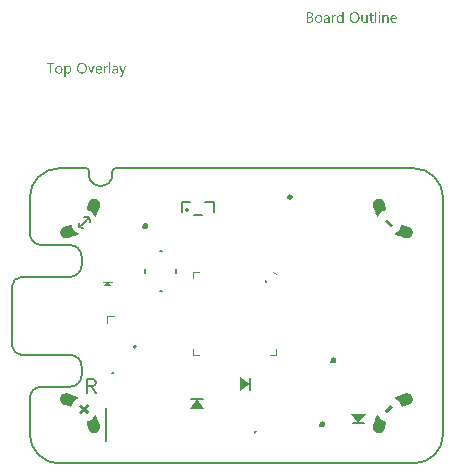
<source format=gto>
G04*
G04 #@! TF.GenerationSoftware,Altium Limited,Altium Designer,22.10.1 (41)*
G04*
G04 Layer_Color=65535*
%FSAX26Y26*%
%MOIN*%
G70*
G04*
G04 #@! TF.SameCoordinates,707F0866-B51C-4875-9159-03E13B4690FC*
G04*
G04*
G04 #@! TF.FilePolarity,Positive*
G04*
G01*
G75*
%ADD10C,0.019685*%
%ADD11C,0.007874*%
%ADD12C,0.003937*%
%ADD13C,0.012992*%
%ADD14C,0.039370*%
%ADD15C,0.006000*%
%ADD16C,0.011811*%
%ADD17C,0.001968*%
%ADD18C,0.005118*%
%ADD19C,0.006693*%
G36*
X00476936Y01013612D02*
X00477214Y01013550D01*
X00477493Y01013457D01*
X00477802Y01013303D01*
X00478111Y01013117D01*
X00478420Y01012870D01*
X00478450Y01012839D01*
X00478543Y01012747D01*
X00478667Y01012592D01*
X00478821Y01012376D01*
X00478945Y01012098D01*
X00479068Y01011789D01*
X00479161Y01011418D01*
X00479192Y01011016D01*
X00479192Y01010954D01*
X00479192Y01010831D01*
X00479161Y01010645D01*
X00479099Y01010367D01*
X00479007Y01010089D01*
X00478852Y01009780D01*
X00478667Y01009471D01*
X00478420Y01009162D01*
X00478389Y01009131D01*
X00478296Y01009039D01*
X00478111Y01008915D01*
X00477894Y01008791D01*
X00477616Y01008668D01*
X00477307Y01008544D01*
X00476967Y01008452D01*
X00476566Y01008421D01*
X00476380Y01008421D01*
X00476195Y01008452D01*
X00475917Y01008513D01*
X00475639Y01008606D01*
X00475330Y01008730D01*
X00475021Y01008884D01*
X00474712Y01009131D01*
X00474681Y01009162D01*
X00474588Y01009255D01*
X00474464Y01009440D01*
X00474341Y01009657D01*
X00474217Y01009904D01*
X00474094Y01010244D01*
X00474001Y01010615D01*
X00473970Y01011016D01*
X00473970Y01011078D01*
X00473970Y01011202D01*
X00474001Y01011418D01*
X00474063Y01011665D01*
X00474155Y01011974D01*
X00474279Y01012283D01*
X00474464Y01012592D01*
X00474712Y01012870D01*
X00474743Y01012901D01*
X00474835Y01012994D01*
X00475021Y01013117D01*
X00475237Y01013272D01*
X00475515Y01013395D01*
X00475824Y01013519D01*
X00476164Y01013612D01*
X00476566Y01013643D01*
X00476751Y01013643D01*
X00476936Y01013612D01*
X00476936Y01013612D02*
G37*
G36*
X00357261Y00976964D02*
X00353244Y00976964D01*
X00353244Y00981198D01*
X00353151Y00981198D01*
X00353120Y00981136D01*
X00353027Y00980981D01*
X00352842Y00980765D01*
X00352626Y00980456D01*
X00352317Y00980085D01*
X00351977Y00979684D01*
X00351544Y00979251D01*
X00351019Y00978788D01*
X00350463Y00978324D01*
X00349814Y00977891D01*
X00349103Y00977490D01*
X00348331Y00977119D01*
X00347496Y00976810D01*
X00346569Y00976594D01*
X00345580Y00976439D01*
X00344530Y00976377D01*
X00344314Y00976377D01*
X00344066Y00976408D01*
X00343757Y00976439D01*
X00343356Y00976470D01*
X00342892Y00976563D01*
X00342367Y00976655D01*
X00341811Y00976810D01*
X00341224Y00976964D01*
X00340606Y00977212D01*
X00339988Y00977459D01*
X00339339Y00977799D01*
X00338721Y00978169D01*
X00338103Y00978633D01*
X00337516Y00979158D01*
X00336959Y00979745D01*
X00336928Y00979776D01*
X00336836Y00979900D01*
X00336712Y00980085D01*
X00336527Y00980363D01*
X00336310Y00980703D01*
X00336063Y00981105D01*
X00335816Y00981599D01*
X00335569Y00982156D01*
X00335291Y00982774D01*
X00335044Y00983453D01*
X00334796Y00984226D01*
X00334580Y00985029D01*
X00334395Y00985894D01*
X00334271Y00986852D01*
X00334178Y00987841D01*
X00334147Y00988892D01*
X00334147Y00988923D01*
X00334147Y00988954D01*
X00334147Y00989046D01*
X00334147Y00989170D01*
X00334178Y00989479D01*
X00334209Y00989912D01*
X00334240Y00990468D01*
X00334302Y00991055D01*
X00334395Y00991735D01*
X00334549Y00992476D01*
X00334704Y00993249D01*
X00334920Y00994083D01*
X00335167Y00994886D01*
X00335476Y00995752D01*
X00335816Y00996555D01*
X00336249Y00997358D01*
X00336712Y00998131D01*
X00337268Y00998872D01*
X00337299Y00998903D01*
X00337423Y00999027D01*
X00337608Y00999212D01*
X00337856Y00999460D01*
X00338164Y00999738D01*
X00338535Y01000078D01*
X00338999Y01000418D01*
X00339493Y01000757D01*
X00340080Y01001097D01*
X00340698Y01001437D01*
X00341378Y01001777D01*
X00342120Y01002055D01*
X00342923Y01002302D01*
X00343788Y01002488D01*
X00344684Y01002611D01*
X00345642Y01002642D01*
X00345859Y01002642D01*
X00346137Y01002611D01*
X00346477Y01002581D01*
X00346909Y01002519D01*
X00347404Y01002426D01*
X00347929Y01002302D01*
X00348516Y01002148D01*
X00349134Y01001932D01*
X00349752Y01001654D01*
X00350370Y01001314D01*
X00350988Y01000912D01*
X00351575Y01000448D01*
X00352162Y00999923D01*
X00352688Y00999274D01*
X00353151Y00998563D01*
X00353244Y00998563D01*
X00353244Y01014106D01*
X00357261Y01014106D01*
X00357261Y00976964D01*
X00357261Y00976964D02*
G37*
G36*
X00499401Y01002611D02*
X00499679Y01002611D01*
X00500019Y01002550D01*
X00500420Y01002488D01*
X00500853Y01002426D01*
X00501317Y01002302D01*
X00501811Y01002179D01*
X00502336Y01001993D01*
X00502861Y01001777D01*
X00503387Y01001499D01*
X00503881Y01001190D01*
X00504376Y01000850D01*
X00504839Y01000418D01*
X00505272Y00999954D01*
X00505303Y00999923D01*
X00505364Y00999830D01*
X00505488Y00999676D01*
X00505612Y00999460D01*
X00505766Y00999182D01*
X00505952Y00998842D01*
X00506168Y00998440D01*
X00506384Y00998007D01*
X00506570Y00997482D01*
X00506786Y00996926D01*
X00506971Y00996277D01*
X00507126Y00995597D01*
X00507249Y00994856D01*
X00507373Y00994052D01*
X00507435Y00993218D01*
X00507466Y00992291D01*
X00507466Y00976964D01*
X00503449Y00976964D01*
X00503449Y00991271D01*
X00503449Y00991302D01*
X00503449Y00991364D01*
X00503449Y00991457D01*
X00503449Y00991611D01*
X00503418Y00991796D01*
X00503418Y00992013D01*
X00503356Y00992507D01*
X00503263Y00993125D01*
X00503140Y00993805D01*
X00502954Y00994516D01*
X00502707Y00995257D01*
X00502398Y00995999D01*
X00502027Y00996710D01*
X00501564Y00997389D01*
X00500977Y00998007D01*
X00500328Y00998502D01*
X00499957Y00998718D01*
X00499524Y00998903D01*
X00499092Y00999058D01*
X00498628Y00999151D01*
X00498134Y00999212D01*
X00497608Y00999243D01*
X00497330Y00999243D01*
X00497114Y00999212D01*
X00496867Y00999182D01*
X00496558Y00999120D01*
X00496218Y00999058D01*
X00495878Y00998965D01*
X00495476Y00998842D01*
X00495075Y00998687D01*
X00494673Y00998502D01*
X00494240Y00998285D01*
X00493839Y00998007D01*
X00493406Y00997698D01*
X00493004Y00997358D01*
X00492634Y00996957D01*
X00492603Y00996926D01*
X00492541Y00996864D01*
X00492448Y00996740D01*
X00492325Y00996555D01*
X00492170Y00996339D01*
X00492016Y00996061D01*
X00491830Y00995752D01*
X00491645Y00995412D01*
X00491459Y00995010D01*
X00491274Y00994577D01*
X00491120Y00994114D01*
X00490965Y00993620D01*
X00490841Y00993063D01*
X00490749Y00992507D01*
X00490687Y00991889D01*
X00490656Y00991271D01*
X00490656Y00976964D01*
X00486639Y00976964D01*
X00486639Y01002055D01*
X00490656Y01002055D01*
X00490656Y00997884D01*
X00490749Y00997884D01*
X00490780Y00997946D01*
X00490872Y00998100D01*
X00491058Y00998316D01*
X00491274Y00998625D01*
X00491583Y00998996D01*
X00491923Y00999398D01*
X00492356Y00999830D01*
X00492850Y01000263D01*
X00493406Y01000696D01*
X00494024Y01001128D01*
X00494704Y01001530D01*
X00495415Y01001901D01*
X00496218Y01002210D01*
X00497083Y01002426D01*
X00498010Y01002581D01*
X00498999Y01002642D01*
X00499184Y01002642D01*
X00499401Y01002611D01*
X00499401Y01002611D02*
G37*
G36*
X00329636Y01002457D02*
X00329976Y01002457D01*
X00330347Y01002395D01*
X00330748Y01002333D01*
X00331150Y01002271D01*
X00331490Y01002148D01*
X00331490Y00997976D01*
X00331428Y00998007D01*
X00331305Y00998100D01*
X00331058Y00998224D01*
X00330718Y00998378D01*
X00330254Y00998533D01*
X00329760Y00998656D01*
X00329142Y00998749D01*
X00328431Y00998780D01*
X00328184Y00998780D01*
X00327998Y00998749D01*
X00327782Y00998718D01*
X00327535Y00998656D01*
X00326948Y00998471D01*
X00326608Y00998347D01*
X00326268Y00998193D01*
X00325897Y00997976D01*
X00325526Y00997760D01*
X00325187Y00997482D01*
X00324816Y00997142D01*
X00324476Y00996771D01*
X00324136Y00996339D01*
X00324105Y00996308D01*
X00324074Y00996215D01*
X00323981Y00996091D01*
X00323858Y00995906D01*
X00323734Y00995659D01*
X00323580Y00995350D01*
X00323425Y00995010D01*
X00323271Y00994608D01*
X00323116Y00994176D01*
X00322962Y00993681D01*
X00322807Y00993125D01*
X00322684Y00992538D01*
X00322560Y00991889D01*
X00322467Y00991209D01*
X00322436Y00990499D01*
X00322406Y00989726D01*
X00322406Y00976964D01*
X00318389Y00976964D01*
X00318389Y01002055D01*
X00322406Y01002055D01*
X00322406Y00996864D01*
X00322498Y00996864D01*
X00322498Y00996895D01*
X00322529Y00996988D01*
X00322591Y00997111D01*
X00322653Y00997297D01*
X00322745Y00997513D01*
X00322869Y00997791D01*
X00323147Y00998378D01*
X00323518Y00999058D01*
X00323981Y00999738D01*
X00324507Y01000387D01*
X00325125Y01001005D01*
X00325156Y01001035D01*
X00325217Y01001066D01*
X00325310Y01001128D01*
X00325434Y01001252D01*
X00325588Y01001345D01*
X00325805Y01001468D01*
X00326268Y01001746D01*
X00326855Y01002024D01*
X00327535Y01002271D01*
X00328276Y01002426D01*
X00328678Y01002457D01*
X00329080Y01002488D01*
X00329327Y01002488D01*
X00329636Y01002457D01*
X00329636Y01002457D02*
G37*
G36*
X00437261Y00976964D02*
X00433244Y00976964D01*
X00433244Y00980920D01*
X00433151Y00980920D01*
X00433120Y00980858D01*
X00433027Y00980734D01*
X00432873Y00980487D01*
X00432688Y00980209D01*
X00432409Y00979869D01*
X00432070Y00979498D01*
X00431699Y00979066D01*
X00431235Y00978664D01*
X00430741Y00978231D01*
X00430154Y00977830D01*
X00429536Y00977428D01*
X00428825Y00977088D01*
X00428053Y00976810D01*
X00427249Y00976563D01*
X00426353Y00976439D01*
X00425395Y00976377D01*
X00425179Y00976377D01*
X00425024Y00976408D01*
X00424808Y00976408D01*
X00424561Y00976439D01*
X00424283Y00976501D01*
X00424005Y00976532D01*
X00423325Y00976717D01*
X00422552Y00976933D01*
X00421749Y00977273D01*
X00421347Y00977490D01*
X00420915Y00977706D01*
X00420482Y00977984D01*
X00420080Y00978262D01*
X00419679Y00978602D01*
X00419277Y00978973D01*
X00418875Y00979405D01*
X00418505Y00979838D01*
X00418165Y00980332D01*
X00417825Y00980889D01*
X00417547Y00981476D01*
X00417269Y00982094D01*
X00417021Y00982774D01*
X00416805Y00983515D01*
X00416651Y00984319D01*
X00416527Y00985153D01*
X00416465Y00986080D01*
X00416434Y00987038D01*
X00416434Y01002055D01*
X00420420Y01002055D01*
X00420420Y00987687D01*
X00420420Y00987656D01*
X00420420Y00987594D01*
X00420420Y00987501D01*
X00420420Y00987347D01*
X00420451Y00987161D01*
X00420451Y00986945D01*
X00420513Y00986451D01*
X00420606Y00985833D01*
X00420729Y00985184D01*
X00420946Y00984442D01*
X00421193Y00983731D01*
X00421502Y00982990D01*
X00421904Y00982248D01*
X00422398Y00981599D01*
X00422985Y00980981D01*
X00423696Y00980487D01*
X00424067Y00980271D01*
X00424499Y00980085D01*
X00424963Y00979931D01*
X00425426Y00979838D01*
X00425951Y00979776D01*
X00426508Y00979745D01*
X00426786Y00979745D01*
X00427002Y00979776D01*
X00427249Y00979807D01*
X00427527Y00979869D01*
X00427867Y00979931D01*
X00428207Y00980024D01*
X00428578Y00980116D01*
X00428980Y00980271D01*
X00429381Y00980456D01*
X00429783Y00980672D01*
X00430185Y00980920D01*
X00430586Y00981198D01*
X00430957Y00981538D01*
X00431328Y00981908D01*
X00431359Y00981939D01*
X00431421Y00982001D01*
X00431513Y00982125D01*
X00431637Y00982310D01*
X00431761Y00982526D01*
X00431946Y00982774D01*
X00432101Y00983083D01*
X00432286Y00983423D01*
X00432471Y00983824D01*
X00432626Y00984257D01*
X00432811Y00984720D01*
X00432935Y00985215D01*
X00433058Y00985771D01*
X00433151Y00986327D01*
X00433213Y00986945D01*
X00433244Y00987594D01*
X00433244Y01002055D01*
X00437261Y01002055D01*
X00437261Y00976964D01*
X00437261Y00976964D02*
G37*
G36*
X00478512Y00976964D02*
X00474495Y00976964D01*
X00474495Y01002055D01*
X00478512Y01002055D01*
X00478512Y00976964D01*
X00478512Y00976964D02*
G37*
G36*
X00466369Y00976964D02*
X00462352Y00976964D01*
X00462352Y01014106D01*
X00466369Y01014106D01*
X00466369Y00976964D01*
X00466369Y00976964D02*
G37*
G36*
X00302351Y01002611D02*
X00302568Y01002611D01*
X00302784Y01002581D01*
X00303062Y01002550D01*
X00303371Y01002488D01*
X00304020Y01002364D01*
X00304793Y01002148D01*
X00305565Y01001870D01*
X00306399Y01001468D01*
X00307234Y01000974D01*
X00307635Y01000696D01*
X00308037Y01000356D01*
X00308408Y00999985D01*
X00308779Y00999614D01*
X00309118Y00999182D01*
X00309428Y00998687D01*
X00309736Y00998193D01*
X00310015Y00997636D01*
X00310231Y00997019D01*
X00310447Y00996370D01*
X00310602Y00995690D01*
X00310725Y00994917D01*
X00310787Y00994145D01*
X00310818Y00993280D01*
X00310818Y00976964D01*
X00306801Y00976964D01*
X00306801Y00980858D01*
X00306708Y00980858D01*
X00306677Y00980796D01*
X00306585Y00980672D01*
X00306430Y00980456D01*
X00306214Y00980147D01*
X00305936Y00979807D01*
X00305596Y00979436D01*
X00305225Y00979035D01*
X00304762Y00978633D01*
X00304236Y00978200D01*
X00303680Y00977799D01*
X00303031Y00977428D01*
X00302351Y00977088D01*
X00301579Y00976779D01*
X00300776Y00976563D01*
X00299910Y00976439D01*
X00298983Y00976377D01*
X00298613Y00976377D01*
X00298365Y00976408D01*
X00298056Y00976439D01*
X00297685Y00976470D01*
X00297284Y00976532D01*
X00296851Y00976625D01*
X00295893Y00976872D01*
X00295430Y00977026D01*
X00294935Y00977212D01*
X00294441Y00977428D01*
X00293978Y00977706D01*
X00293545Y00978015D01*
X00293112Y00978355D01*
X00293081Y00978386D01*
X00293020Y00978448D01*
X00292927Y00978571D01*
X00292772Y00978726D01*
X00292618Y00978911D01*
X00292463Y00979158D01*
X00292247Y00979436D01*
X00292062Y00979745D01*
X00291876Y00980116D01*
X00291691Y00980518D01*
X00291505Y00980951D01*
X00291351Y00981414D01*
X00291197Y00981908D01*
X00291104Y00982434D01*
X00291042Y00983021D01*
X00291011Y00983608D01*
X00291011Y00983639D01*
X00291011Y00983701D01*
X00291011Y00983793D01*
X00291042Y00983917D01*
X00291042Y00984071D01*
X00291073Y00984257D01*
X00291135Y00984720D01*
X00291258Y00985277D01*
X00291444Y00985894D01*
X00291691Y00986574D01*
X00292062Y00987285D01*
X00292494Y00987996D01*
X00293020Y00988706D01*
X00293360Y00989046D01*
X00293699Y00989386D01*
X00294101Y00989726D01*
X00294503Y00990035D01*
X00294966Y00990344D01*
X00295461Y00990622D01*
X00295986Y00990869D01*
X00296573Y00991117D01*
X00297191Y00991333D01*
X00297840Y00991518D01*
X00298551Y00991673D01*
X00299292Y00991796D01*
X00306801Y00992847D01*
X00306801Y00992878D01*
X00306801Y00992909D01*
X00306801Y00993001D01*
X00306801Y00993125D01*
X00306770Y00993434D01*
X00306708Y00993836D01*
X00306647Y00994330D01*
X00306523Y00994886D01*
X00306368Y00995443D01*
X00306152Y00996061D01*
X00305874Y00996648D01*
X00305534Y00997235D01*
X00305132Y00997760D01*
X00304638Y00998255D01*
X00304020Y00998656D01*
X00303340Y00998965D01*
X00302969Y00999089D01*
X00302537Y00999182D01*
X00302104Y00999212D01*
X00301641Y00999243D01*
X00301424Y00999243D01*
X00301208Y00999212D01*
X00300868Y00999182D01*
X00300466Y00999151D01*
X00300003Y00999089D01*
X00299478Y00998996D01*
X00298921Y00998872D01*
X00298303Y00998687D01*
X00297655Y00998502D01*
X00296975Y00998255D01*
X00296264Y00997946D01*
X00295553Y00997575D01*
X00294843Y00997173D01*
X00294132Y00996710D01*
X00293452Y00996153D01*
X00293452Y01000263D01*
X00293483Y01000294D01*
X00293607Y01000356D01*
X00293823Y01000479D01*
X00294101Y01000634D01*
X00294472Y01000819D01*
X00294874Y01001005D01*
X00295368Y01001221D01*
X00295924Y01001468D01*
X00296511Y01001684D01*
X00297160Y01001901D01*
X00297871Y01002086D01*
X00298613Y01002271D01*
X00299416Y01002426D01*
X00300219Y01002550D01*
X00301084Y01002611D01*
X00301981Y01002642D01*
X00302197Y01002642D01*
X00302351Y01002611D01*
X00302351Y01002611D02*
G37*
G36*
X00245990Y01012067D02*
X00246361Y01012036D01*
X00246793Y01011974D01*
X00247288Y01011912D01*
X00247844Y01011820D01*
X00248400Y01011696D01*
X00248987Y01011542D01*
X00249605Y01011356D01*
X00250192Y01011140D01*
X00250810Y01010893D01*
X00251366Y01010584D01*
X00251923Y01010244D01*
X00252448Y01009842D01*
X00252479Y01009811D01*
X00252571Y01009749D01*
X00252695Y01009626D01*
X00252850Y01009440D01*
X00253066Y01009224D01*
X00253282Y01008946D01*
X00253529Y01008637D01*
X00253777Y01008297D01*
X00254024Y01007895D01*
X00254271Y01007463D01*
X00254487Y01006968D01*
X00254704Y01006474D01*
X00254858Y01005918D01*
X00254982Y01005331D01*
X00255074Y01004713D01*
X00255105Y01004064D01*
X00255105Y01004033D01*
X00255105Y01003940D01*
X00255105Y01003786D01*
X00255074Y01003569D01*
X00255043Y01003291D01*
X00255013Y01003013D01*
X00254982Y01002673D01*
X00254920Y01002302D01*
X00254704Y01001468D01*
X00254425Y01000603D01*
X00254240Y01000139D01*
X00254024Y00999707D01*
X00253777Y00999274D01*
X00253499Y00998842D01*
X00253468Y00998811D01*
X00253437Y00998749D01*
X00253344Y00998625D01*
X00253190Y00998471D01*
X00253035Y00998316D01*
X00252850Y00998100D01*
X00252602Y00997884D01*
X00252355Y00997636D01*
X00252046Y00997389D01*
X00251706Y00997111D01*
X00251335Y00996864D01*
X00250934Y00996586D01*
X00250501Y00996339D01*
X00250069Y00996122D01*
X00249049Y00995721D01*
X00249049Y00995628D01*
X00249080Y00995628D01*
X00249203Y00995597D01*
X00249389Y00995566D01*
X00249636Y00995535D01*
X00249945Y00995473D01*
X00250285Y00995381D01*
X00250687Y00995257D01*
X00251088Y00995134D01*
X00251984Y00994794D01*
X00252479Y00994577D01*
X00252942Y00994299D01*
X00253406Y00994021D01*
X00253869Y00993712D01*
X00254333Y00993341D01*
X00254734Y00992940D01*
X00254765Y00992909D01*
X00254827Y00992847D01*
X00254920Y00992723D01*
X00255074Y00992538D01*
X00255229Y00992291D01*
X00255414Y00992044D01*
X00255600Y00991704D01*
X00255816Y00991364D01*
X00256001Y00990962D01*
X00256187Y00990499D01*
X00256372Y00990035D01*
X00256527Y00989510D01*
X00256681Y00988923D01*
X00256774Y00988336D01*
X00256836Y00987718D01*
X00256867Y00987038D01*
X00256867Y00986976D01*
X00256867Y00986852D01*
X00256836Y00986605D01*
X00256805Y00986296D01*
X00256774Y00985894D01*
X00256681Y00985462D01*
X00256589Y00984967D01*
X00256465Y00984442D01*
X00256279Y00983855D01*
X00256063Y00983268D01*
X00255816Y00982681D01*
X00255507Y00982063D01*
X00255136Y00981445D01*
X00254704Y00980858D01*
X00254209Y00980302D01*
X00253622Y00979745D01*
X00253591Y00979715D01*
X00253468Y00979622D01*
X00253282Y00979498D01*
X00253035Y00979313D01*
X00252726Y00979096D01*
X00252324Y00978880D01*
X00251892Y00978602D01*
X00251397Y00978355D01*
X00250810Y00978108D01*
X00250192Y00977861D01*
X00249543Y00977613D01*
X00248802Y00977397D01*
X00248029Y00977212D01*
X00247226Y00977088D01*
X00246361Y00976995D01*
X00245464Y00976964D01*
X00235237Y00976964D01*
X00235237Y01012098D01*
X00245650Y01012098D01*
X00245990Y01012067D01*
X00245990Y01012067D02*
G37*
G36*
X00450671Y01002055D02*
X00457006Y01002055D01*
X00457006Y00998594D01*
X00450671Y00998594D01*
X00450671Y00984473D01*
X00450671Y00984442D01*
X00450671Y00984350D01*
X00450671Y00984226D01*
X00450671Y00984071D01*
X00450702Y00983855D01*
X00450733Y00983608D01*
X00450795Y00983083D01*
X00450888Y00982465D01*
X00451042Y00981878D01*
X00451259Y00981321D01*
X00451382Y00981074D01*
X00451537Y00980858D01*
X00451567Y00980827D01*
X00451691Y00980703D01*
X00451907Y00980518D01*
X00452216Y00980332D01*
X00452618Y00980116D01*
X00453113Y00979962D01*
X00453700Y00979838D01*
X00454379Y00979776D01*
X00454627Y00979776D01*
X00454905Y00979807D01*
X00455276Y00979869D01*
X00455677Y00979993D01*
X00456141Y00980116D01*
X00456573Y00980332D01*
X00457006Y00980611D01*
X00457006Y00977181D01*
X00456975Y00977181D01*
X00456944Y00977150D01*
X00456851Y00977119D01*
X00456759Y00977057D01*
X00456419Y00976933D01*
X00456017Y00976810D01*
X00455461Y00976686D01*
X00454812Y00976563D01*
X00454070Y00976470D01*
X00453236Y00976439D01*
X00452958Y00976439D01*
X00452618Y00976501D01*
X00452216Y00976563D01*
X00451722Y00976655D01*
X00451166Y00976841D01*
X00450548Y00977057D01*
X00449961Y00977366D01*
X00449343Y00977737D01*
X00448725Y00978231D01*
X00448168Y00978818D01*
X00447921Y00979158D01*
X00447674Y00979529D01*
X00447458Y00979931D01*
X00447272Y00980363D01*
X00447087Y00980827D01*
X00446933Y00981352D01*
X00446809Y00981878D01*
X00446716Y00982465D01*
X00446685Y00983083D01*
X00446654Y00983762D01*
X00446654Y00998594D01*
X00442359Y00998594D01*
X00442359Y01002055D01*
X00446654Y01002055D01*
X00446654Y01008173D01*
X00450671Y01009471D01*
X00450671Y01002055D01*
X00450671Y01002055D02*
G37*
G36*
X00525357Y01002611D02*
X00525697Y01002581D01*
X00526129Y01002550D01*
X00526593Y01002488D01*
X00527118Y01002364D01*
X00527674Y01002241D01*
X00528292Y01002086D01*
X00528910Y01001870D01*
X00529528Y01001592D01*
X00530177Y01001283D01*
X00530795Y01000912D01*
X00531382Y01000479D01*
X00531969Y00999985D01*
X00532495Y00999429D01*
X00532525Y00999398D01*
X00532618Y00999274D01*
X00532742Y00999089D01*
X00532927Y00998842D01*
X00533113Y00998533D01*
X00533360Y00998131D01*
X00533607Y00997667D01*
X00533854Y00997142D01*
X00534101Y00996524D01*
X00534349Y00995875D01*
X00534596Y00995134D01*
X00534781Y00994361D01*
X00534967Y00993496D01*
X00535090Y00992600D01*
X00535183Y00991611D01*
X00535214Y00990591D01*
X00535214Y00988490D01*
X00517477Y00988490D01*
X00517477Y00988428D01*
X00517477Y00988305D01*
X00517508Y00988088D01*
X00517539Y00987810D01*
X00517570Y00987439D01*
X00517632Y00987038D01*
X00517693Y00986605D01*
X00517817Y00986111D01*
X00518095Y00985060D01*
X00518281Y00984535D01*
X00518497Y00983979D01*
X00518744Y00983453D01*
X00519022Y00982928D01*
X00519362Y00982465D01*
X00519733Y00982001D01*
X00519764Y00981970D01*
X00519826Y00981908D01*
X00519949Y00981785D01*
X00520135Y00981661D01*
X00520351Y00981476D01*
X00520629Y00981290D01*
X00520938Y00981074D01*
X00521278Y00980889D01*
X00521680Y00980672D01*
X00522143Y00980456D01*
X00522607Y00980271D01*
X00523163Y00980085D01*
X00523719Y00979962D01*
X00524337Y00979838D01*
X00524986Y00979776D01*
X00525666Y00979745D01*
X00525851Y00979745D01*
X00526067Y00979776D01*
X00526376Y00979776D01*
X00526747Y00979838D01*
X00527180Y00979900D01*
X00527674Y00979993D01*
X00528230Y00980085D01*
X00528817Y00980240D01*
X00529436Y00980425D01*
X00530084Y00980641D01*
X00530733Y00980920D01*
X00531413Y00981229D01*
X00532093Y00981599D01*
X00532773Y00982032D01*
X00533452Y00982526D01*
X00533452Y00978757D01*
X00533422Y00978726D01*
X00533298Y00978664D01*
X00533113Y00978540D01*
X00532865Y00978386D01*
X00532525Y00978200D01*
X00532124Y00978015D01*
X00531660Y00977799D01*
X00531135Y00977582D01*
X00530517Y00977335D01*
X00529868Y00977119D01*
X00529157Y00976933D01*
X00528385Y00976748D01*
X00527551Y00976594D01*
X00526654Y00976470D01*
X00525697Y00976408D01*
X00524708Y00976377D01*
X00524461Y00976377D01*
X00524213Y00976408D01*
X00523843Y00976439D01*
X00523379Y00976470D01*
X00522854Y00976563D01*
X00522298Y00976655D01*
X00521680Y00976810D01*
X00521031Y00976995D01*
X00520351Y00977212D01*
X00519640Y00977490D01*
X00518960Y00977799D01*
X00518250Y00978200D01*
X00517601Y00978664D01*
X00516952Y00979189D01*
X00516365Y00979776D01*
X00516334Y00979807D01*
X00516241Y00979931D01*
X00516087Y00980147D01*
X00515901Y00980425D01*
X00515654Y00980765D01*
X00515407Y00981198D01*
X00515129Y00981692D01*
X00514851Y00982279D01*
X00514573Y00982897D01*
X00514294Y00983639D01*
X00514047Y00984411D01*
X00513800Y00985277D01*
X00513615Y00986203D01*
X00513460Y00987192D01*
X00513367Y00988274D01*
X00513337Y00989386D01*
X00513337Y00989417D01*
X00513337Y00989448D01*
X00513337Y00989541D01*
X00513337Y00989633D01*
X00513367Y00989942D01*
X00513398Y00990375D01*
X00513429Y00990869D01*
X00513522Y00991426D01*
X00513615Y00992074D01*
X00513738Y00992785D01*
X00513924Y00993527D01*
X00514140Y00994299D01*
X00514418Y00995103D01*
X00514727Y00995906D01*
X00515098Y00996679D01*
X00515561Y00997482D01*
X00516056Y00998224D01*
X00516643Y00998934D01*
X00516674Y00998965D01*
X00516797Y00999089D01*
X00516983Y00999274D01*
X00517230Y00999521D01*
X00517570Y00999799D01*
X00517972Y01000109D01*
X00518404Y01000448D01*
X00518929Y01000788D01*
X00519486Y01001128D01*
X00520135Y01001468D01*
X00520814Y01001777D01*
X00521525Y01002055D01*
X00522298Y01002302D01*
X00523132Y01002488D01*
X00523997Y01002611D01*
X00524893Y01002642D01*
X00525110Y01002642D01*
X00525357Y01002611D01*
X00525357Y01002611D02*
G37*
G36*
X00394928Y01012654D02*
X00395144Y01012654D01*
X00395360Y01012623D01*
X00395639Y01012623D01*
X00396257Y01012530D01*
X00396967Y01012438D01*
X00397771Y01012283D01*
X00398636Y01012067D01*
X00399532Y01011820D01*
X00400490Y01011480D01*
X00401448Y01011078D01*
X00402437Y01010615D01*
X00403425Y01010058D01*
X00404352Y01009409D01*
X00405279Y01008637D01*
X00406144Y01007772D01*
X00406206Y01007710D01*
X00406330Y01007555D01*
X00406546Y01007277D01*
X00406855Y01006876D01*
X00407164Y01006381D01*
X00407566Y01005794D01*
X00407968Y01005114D01*
X00408369Y01004342D01*
X00408771Y01003446D01*
X00409173Y01002488D01*
X00409574Y01001437D01*
X00409914Y01000294D01*
X00410192Y00999058D01*
X00410409Y00997760D01*
X00410532Y00996400D01*
X00410594Y00994948D01*
X00410594Y00994917D01*
X00410594Y00994856D01*
X00410594Y00994732D01*
X00410594Y00994577D01*
X00410563Y00994361D01*
X00410563Y00994114D01*
X00410532Y00993836D01*
X00410532Y00993527D01*
X00410501Y00993187D01*
X00410471Y00992816D01*
X00410347Y00991982D01*
X00410223Y00991024D01*
X00410038Y00990035D01*
X00409791Y00988954D01*
X00409482Y00987841D01*
X00409111Y00986729D01*
X00408678Y00985586D01*
X00408153Y00984473D01*
X00407535Y00983361D01*
X00406824Y00982341D01*
X00406021Y00981352D01*
X00405959Y00981290D01*
X00405805Y00981136D01*
X00405557Y00980889D01*
X00405187Y00980580D01*
X00404723Y00980209D01*
X00404167Y00979776D01*
X00403549Y00979344D01*
X00402807Y00978880D01*
X00401973Y00978417D01*
X00401046Y00977953D01*
X00400057Y00977521D01*
X00398976Y00977150D01*
X00397801Y00976841D01*
X00396565Y00976594D01*
X00395237Y00976439D01*
X00393846Y00976377D01*
X00393506Y00976377D01*
X00393352Y00976408D01*
X00393136Y00976408D01*
X00392888Y00976439D01*
X00392610Y00976470D01*
X00391961Y00976532D01*
X00391251Y00976625D01*
X00390416Y00976779D01*
X00389551Y00976995D01*
X00388593Y00977242D01*
X00387635Y00977582D01*
X00386647Y00977984D01*
X00385627Y00978448D01*
X00384638Y00979004D01*
X00383680Y00979684D01*
X00382722Y00980425D01*
X00381857Y00981290D01*
X00381795Y00981352D01*
X00381672Y00981507D01*
X00381455Y00981785D01*
X00381146Y00982187D01*
X00380807Y00982681D01*
X00380436Y00983268D01*
X00380034Y00983948D01*
X00379632Y00984751D01*
X00379200Y00985616D01*
X00378798Y00986574D01*
X00378427Y00987625D01*
X00378087Y00988768D01*
X00377778Y00990004D01*
X00377562Y00991302D01*
X00377438Y00992662D01*
X00377377Y00994114D01*
X00377377Y00994145D01*
X00377377Y00994207D01*
X00377377Y00994330D01*
X00377377Y00994485D01*
X00377408Y00994701D01*
X00377408Y00994917D01*
X00377438Y00995195D01*
X00377438Y00995504D01*
X00377469Y00995844D01*
X00377531Y00996246D01*
X00377624Y00997049D01*
X00377747Y00997976D01*
X00377964Y00998965D01*
X00378180Y01000047D01*
X00378489Y01001128D01*
X00378860Y01002241D01*
X00379292Y01003384D01*
X00379818Y01004496D01*
X00380436Y01005578D01*
X00381146Y01006628D01*
X00381950Y01007617D01*
X00382012Y01007679D01*
X00382166Y01007833D01*
X00382413Y01008081D01*
X00382784Y01008421D01*
X00383248Y01008791D01*
X00383835Y01009224D01*
X00384484Y01009688D01*
X00385225Y01010151D01*
X00386090Y01010615D01*
X00387017Y01011078D01*
X00388037Y01011511D01*
X00389149Y01011881D01*
X00390355Y01012221D01*
X00391622Y01012468D01*
X00392981Y01012623D01*
X00394433Y01012685D01*
X00394742Y01012685D01*
X00394928Y01012654D01*
X00394928Y01012654D02*
G37*
G36*
X00275067Y01002611D02*
X00275468Y01002581D01*
X00275932Y01002550D01*
X00276488Y01002457D01*
X00277075Y01002364D01*
X00277724Y01002210D01*
X00278435Y01002024D01*
X00279146Y01001808D01*
X00279856Y01001530D01*
X00280598Y01001190D01*
X00281308Y01000788D01*
X00282019Y01000325D01*
X00282668Y00999799D01*
X00283286Y00999182D01*
X00283317Y00999151D01*
X00283410Y00999027D01*
X00283564Y00998811D01*
X00283781Y00998533D01*
X00284028Y00998193D01*
X00284275Y00997760D01*
X00284584Y00997266D01*
X00284862Y00996679D01*
X00285171Y00996030D01*
X00285449Y00995319D01*
X00285696Y00994547D01*
X00285943Y00993681D01*
X00286160Y00992754D01*
X00286314Y00991765D01*
X00286407Y00990715D01*
X00286438Y00989602D01*
X00286438Y00989572D01*
X00286438Y00989541D01*
X00286438Y00989448D01*
X00286438Y00989324D01*
X00286407Y00989015D01*
X00286376Y00988614D01*
X00286345Y00988088D01*
X00286252Y00987501D01*
X00286160Y00986852D01*
X00286005Y00986142D01*
X00285820Y00985400D01*
X00285604Y00984597D01*
X00285325Y00983793D01*
X00285017Y00982990D01*
X00284615Y00982187D01*
X00284151Y00981414D01*
X00283626Y00980672D01*
X00283039Y00979962D01*
X00283008Y00979931D01*
X00282884Y00979807D01*
X00282699Y00979622D01*
X00282421Y00979405D01*
X00282081Y00979127D01*
X00281679Y00978818D01*
X00281185Y00978509D01*
X00280629Y00978169D01*
X00280011Y00977830D01*
X00279331Y00977521D01*
X00278589Y00977212D01*
X00277786Y00976933D01*
X00276890Y00976717D01*
X00275963Y00976532D01*
X00275005Y00976408D01*
X00273954Y00976377D01*
X00273707Y00976377D01*
X00273429Y00976408D01*
X00273027Y00976439D01*
X00272564Y00976470D01*
X00272008Y00976563D01*
X00271421Y00976655D01*
X00270772Y00976810D01*
X00270061Y00976995D01*
X00269350Y00977242D01*
X00268609Y00977521D01*
X00267867Y00977861D01*
X00267125Y00978262D01*
X00266384Y00978726D01*
X00265704Y00979251D01*
X00265055Y00979869D01*
X00265024Y00979900D01*
X00264901Y00980024D01*
X00264746Y00980240D01*
X00264530Y00980518D01*
X00264283Y00980858D01*
X00264005Y00981290D01*
X00263726Y00981785D01*
X00263417Y00982372D01*
X00263108Y00982990D01*
X00262799Y00983701D01*
X00262521Y00984473D01*
X00262274Y00985307D01*
X00262058Y00986173D01*
X00261903Y00987130D01*
X00261780Y00988150D01*
X00261749Y00989201D01*
X00261749Y00989232D01*
X00261749Y00989263D01*
X00261749Y00989355D01*
X00261749Y00989479D01*
X00261780Y00989819D01*
X00261811Y00990251D01*
X00261841Y00990777D01*
X00261934Y00991395D01*
X00262027Y00992074D01*
X00262181Y00992816D01*
X00262367Y00993589D01*
X00262583Y00994392D01*
X00262861Y00995226D01*
X00263201Y00996061D01*
X00263603Y00996864D01*
X00264035Y00997636D01*
X00264561Y00998378D01*
X00265179Y00999089D01*
X00265210Y00999120D01*
X00265333Y00999243D01*
X00265550Y00999429D01*
X00265828Y00999645D01*
X00266168Y00999923D01*
X00266600Y01000201D01*
X00267094Y01000541D01*
X00267651Y01000881D01*
X00268269Y01001190D01*
X00268979Y01001530D01*
X00269752Y01001808D01*
X00270586Y01002086D01*
X00271482Y01002302D01*
X00272440Y01002488D01*
X00273460Y01002611D01*
X00274541Y01002642D01*
X00274789Y01002642D01*
X00275067Y01002611D01*
X00275067Y01002611D02*
G37*
G36*
X-00559861Y00833710D02*
X-00559522Y00833679D01*
X-00559120Y00833648D01*
X-00558656Y00833555D01*
X-00558131Y00833463D01*
X-00557544Y00833308D01*
X-00556957Y00833123D01*
X-00556339Y00832907D01*
X-00555721Y00832628D01*
X-00555072Y00832319D01*
X-00554454Y00831918D01*
X-00553867Y00831454D01*
X-00553280Y00830929D01*
X-00552755Y00830342D01*
X-00552724Y00830311D01*
X-00552631Y00830187D01*
X-00552507Y00830002D01*
X-00552322Y00829724D01*
X-00552136Y00829384D01*
X-00551889Y00828982D01*
X-00551642Y00828488D01*
X-00551395Y00827962D01*
X-00551148Y00827345D01*
X-00550900Y00826665D01*
X-00550653Y00825923D01*
X-00550468Y00825120D01*
X-00550283Y00824255D01*
X-00550159Y00823327D01*
X-00550066Y00822339D01*
X-00550035Y00821319D01*
X-00550035Y00821288D01*
X-00550035Y00821257D01*
X-00550035Y00821164D01*
X-00550035Y00821041D01*
X-00550066Y00820701D01*
X-00550097Y00820268D01*
X-00550128Y00819743D01*
X-00550190Y00819125D01*
X-00550283Y00818445D01*
X-00550406Y00817704D01*
X-00550591Y00816931D01*
X-00550777Y00816097D01*
X-00551024Y00815263D01*
X-00551333Y00814428D01*
X-00551673Y00813594D01*
X-00552075Y00812760D01*
X-00552569Y00811987D01*
X-00553094Y00811246D01*
X-00553125Y00811215D01*
X-00553249Y00811091D01*
X-00553403Y00810906D01*
X-00553651Y00810659D01*
X-00553960Y00810380D01*
X-00554330Y00810040D01*
X-00554794Y00809701D01*
X-00555288Y00809361D01*
X-00555845Y00809021D01*
X-00556493Y00808681D01*
X-00557173Y00808341D01*
X-00557915Y00808063D01*
X-00558718Y00807816D01*
X-00559583Y00807630D01*
X-00560510Y00807507D01*
X-00561468Y00807476D01*
X-00561685Y00807476D01*
X-00561932Y00807507D01*
X-00562272Y00807538D01*
X-00562673Y00807599D01*
X-00563137Y00807692D01*
X-00563662Y00807816D01*
X-00564249Y00808001D01*
X-00564836Y00808217D01*
X-00565454Y00808495D01*
X-00566072Y00808835D01*
X-00566721Y00809237D01*
X-00567339Y00809731D01*
X-00567926Y00810288D01*
X-00568483Y00810937D01*
X-00569008Y00811678D01*
X-00569101Y00811678D01*
X-00569101Y00796537D01*
X-00573118Y00796537D01*
X-00573118Y00833154D01*
X-00569101Y00833154D01*
X-00569101Y00828735D01*
X-00569008Y00828735D01*
X-00568977Y00828797D01*
X-00568853Y00828951D01*
X-00568699Y00829198D01*
X-00568452Y00829508D01*
X-00568143Y00829909D01*
X-00567772Y00830311D01*
X-00567308Y00830774D01*
X-00566814Y00831238D01*
X-00566227Y00831701D01*
X-00565578Y00832165D01*
X-00564867Y00832567D01*
X-00564095Y00832968D01*
X-00563260Y00833277D01*
X-00562333Y00833524D01*
X-00561376Y00833679D01*
X-00560325Y00833741D01*
X-00560109Y00833741D01*
X-00559861Y00833710D01*
X-00559861Y00833710D02*
G37*
G36*
X-00430514Y00833555D02*
X-00430174Y00833555D01*
X-00429803Y00833494D01*
X-00429402Y00833432D01*
X-00429000Y00833370D01*
X-00428660Y00833246D01*
X-00428660Y00829075D01*
X-00428722Y00829106D01*
X-00428846Y00829198D01*
X-00429093Y00829322D01*
X-00429433Y00829477D01*
X-00429896Y00829631D01*
X-00430390Y00829755D01*
X-00431009Y00829847D01*
X-00431719Y00829878D01*
X-00431966Y00829878D01*
X-00432152Y00829847D01*
X-00432368Y00829817D01*
X-00432615Y00829755D01*
X-00433202Y00829569D01*
X-00433542Y00829446D01*
X-00433882Y00829291D01*
X-00434253Y00829075D01*
X-00434624Y00828859D01*
X-00434964Y00828581D01*
X-00435334Y00828241D01*
X-00435674Y00827870D01*
X-00436014Y00827437D01*
X-00436045Y00827406D01*
X-00436076Y00827314D01*
X-00436169Y00827190D01*
X-00436292Y00827005D01*
X-00436416Y00826757D01*
X-00436570Y00826448D01*
X-00436725Y00826109D01*
X-00436880Y00825707D01*
X-00437034Y00825274D01*
X-00437188Y00824780D01*
X-00437343Y00824224D01*
X-00437467Y00823636D01*
X-00437590Y00822988D01*
X-00437683Y00822308D01*
X-00437714Y00821597D01*
X-00437745Y00820825D01*
X-00437745Y00808063D01*
X-00441762Y00808063D01*
X-00441762Y00833154D01*
X-00437745Y00833154D01*
X-00437745Y00827962D01*
X-00437652Y00827962D01*
X-00437652Y00827993D01*
X-00437621Y00828086D01*
X-00437559Y00828210D01*
X-00437498Y00828395D01*
X-00437405Y00828611D01*
X-00437281Y00828889D01*
X-00437003Y00829477D01*
X-00436632Y00830156D01*
X-00436169Y00830836D01*
X-00435644Y00831485D01*
X-00435026Y00832103D01*
X-00434995Y00832134D01*
X-00434933Y00832165D01*
X-00434840Y00832227D01*
X-00434716Y00832350D01*
X-00434562Y00832443D01*
X-00434346Y00832567D01*
X-00433882Y00832845D01*
X-00433295Y00833123D01*
X-00432615Y00833370D01*
X-00431874Y00833524D01*
X-00431472Y00833555D01*
X-00431070Y00833586D01*
X-00430823Y00833586D01*
X-00430514Y00833555D01*
X-00430514Y00833555D02*
G37*
G36*
X-00378200Y00804046D02*
X-00378200Y00804015D01*
X-00378231Y00803953D01*
X-00378293Y00803861D01*
X-00378355Y00803706D01*
X-00378417Y00803521D01*
X-00378509Y00803335D01*
X-00378757Y00802841D01*
X-00379096Y00802254D01*
X-00379467Y00801574D01*
X-00379931Y00800894D01*
X-00380456Y00800153D01*
X-00381043Y00799442D01*
X-00381692Y00798731D01*
X-00382403Y00798051D01*
X-00383175Y00797464D01*
X-00384010Y00796970D01*
X-00384442Y00796784D01*
X-00384906Y00796599D01*
X-00385369Y00796444D01*
X-00385864Y00796352D01*
X-00386358Y00796290D01*
X-00386883Y00796259D01*
X-00387130Y00796259D01*
X-00387440Y00796290D01*
X-00387810Y00796290D01*
X-00388212Y00796352D01*
X-00388645Y00796414D01*
X-00389108Y00796475D01*
X-00389510Y00796599D01*
X-00389510Y00800183D01*
X-00389448Y00800153D01*
X-00389293Y00800122D01*
X-00389046Y00800060D01*
X-00388737Y00799967D01*
X-00388366Y00799874D01*
X-00387965Y00799813D01*
X-00387532Y00799782D01*
X-00387130Y00799751D01*
X-00387007Y00799751D01*
X-00386852Y00799782D01*
X-00386636Y00799813D01*
X-00386389Y00799874D01*
X-00386080Y00799936D01*
X-00385771Y00800060D01*
X-00385400Y00800214D01*
X-00385060Y00800400D01*
X-00384659Y00800647D01*
X-00384288Y00800925D01*
X-00383917Y00801265D01*
X-00383546Y00801697D01*
X-00383175Y00802161D01*
X-00382866Y00802717D01*
X-00382557Y00803366D01*
X-00380549Y00808094D01*
X-00390344Y00833154D01*
X-00385894Y00833154D01*
X-00379096Y00813841D01*
X-00379096Y00813810D01*
X-00379066Y00813749D01*
X-00379035Y00813656D01*
X-00378973Y00813470D01*
X-00378911Y00813223D01*
X-00378849Y00812883D01*
X-00378726Y00812451D01*
X-00378602Y00811925D01*
X-00378448Y00811925D01*
X-00378448Y00811956D01*
X-00378417Y00812049D01*
X-00378386Y00812173D01*
X-00378324Y00812389D01*
X-00378262Y00812636D01*
X-00378200Y00812945D01*
X-00378077Y00813347D01*
X-00377953Y00813779D01*
X-00370815Y00833154D01*
X-00366675Y00833154D01*
X-00378200Y00804046D01*
X-00378200Y00804046D02*
G37*
G36*
X-00482303Y00808063D02*
X-00486258Y00808063D01*
X-00495744Y00833154D01*
X-00491356Y00833154D01*
X-00484960Y00814923D01*
X-00484960Y00814892D01*
X-00484929Y00814830D01*
X-00484898Y00814737D01*
X-00484836Y00814583D01*
X-00484774Y00814397D01*
X-00484713Y00814212D01*
X-00484589Y00813718D01*
X-00484435Y00813192D01*
X-00484280Y00812605D01*
X-00484187Y00811987D01*
X-00484095Y00811400D01*
X-00484002Y00811400D01*
X-00484002Y00811431D01*
X-00484002Y00811493D01*
X-00483971Y00811586D01*
X-00483940Y00811709D01*
X-00483940Y00811894D01*
X-00483878Y00812080D01*
X-00483817Y00812543D01*
X-00483693Y00813069D01*
X-00483569Y00813625D01*
X-00483384Y00814212D01*
X-00483199Y00814799D01*
X-00476555Y00833154D01*
X-00472322Y00833154D01*
X-00482303Y00808063D01*
X-00482303Y00808063D02*
G37*
G36*
X-00402673Y00833710D02*
X-00402457Y00833710D01*
X-00402241Y00833679D01*
X-00401962Y00833648D01*
X-00401654Y00833586D01*
X-00401005Y00833463D01*
X-00400232Y00833246D01*
X-00399460Y00832968D01*
X-00398625Y00832567D01*
X-00397791Y00832072D01*
X-00397389Y00831794D01*
X-00396988Y00831454D01*
X-00396617Y00831083D01*
X-00396246Y00830713D01*
X-00395906Y00830280D01*
X-00395597Y00829786D01*
X-00395288Y00829291D01*
X-00395010Y00828735D01*
X-00394794Y00828117D01*
X-00394577Y00827468D01*
X-00394423Y00826788D01*
X-00394299Y00826016D01*
X-00394238Y00825243D01*
X-00394207Y00824378D01*
X-00394207Y00808063D01*
X-00398224Y00808063D01*
X-00398224Y00811956D01*
X-00398316Y00811956D01*
X-00398347Y00811894D01*
X-00398440Y00811771D01*
X-00398594Y00811555D01*
X-00398811Y00811246D01*
X-00399089Y00810906D01*
X-00399429Y00810535D01*
X-00399800Y00810133D01*
X-00400263Y00809731D01*
X-00400788Y00809299D01*
X-00401344Y00808897D01*
X-00401993Y00808526D01*
X-00402673Y00808187D01*
X-00403446Y00807878D01*
X-00404249Y00807661D01*
X-00405114Y00807538D01*
X-00406041Y00807476D01*
X-00406412Y00807476D01*
X-00406659Y00807507D01*
X-00406968Y00807538D01*
X-00407339Y00807568D01*
X-00407741Y00807630D01*
X-00408173Y00807723D01*
X-00409131Y00807970D01*
X-00409595Y00808125D01*
X-00410089Y00808310D01*
X-00410584Y00808526D01*
X-00411047Y00808804D01*
X-00411480Y00809114D01*
X-00411912Y00809453D01*
X-00411943Y00809484D01*
X-00412005Y00809546D01*
X-00412098Y00809670D01*
X-00412252Y00809824D01*
X-00412407Y00810010D01*
X-00412561Y00810257D01*
X-00412777Y00810535D01*
X-00412963Y00810844D01*
X-00413148Y00811215D01*
X-00413334Y00811616D01*
X-00413519Y00812049D01*
X-00413674Y00812513D01*
X-00413828Y00813007D01*
X-00413921Y00813532D01*
X-00413983Y00814119D01*
X-00414014Y00814706D01*
X-00414014Y00814737D01*
X-00414014Y00814799D01*
X-00414014Y00814892D01*
X-00413983Y00815015D01*
X-00413983Y00815170D01*
X-00413952Y00815355D01*
X-00413890Y00815819D01*
X-00413766Y00816375D01*
X-00413581Y00816993D01*
X-00413334Y00817673D01*
X-00412963Y00818384D01*
X-00412530Y00819094D01*
X-00412005Y00819805D01*
X-00411665Y00820145D01*
X-00411325Y00820485D01*
X-00410923Y00820825D01*
X-00410522Y00821134D01*
X-00410058Y00821443D01*
X-00409564Y00821721D01*
X-00409039Y00821968D01*
X-00408452Y00822215D01*
X-00407834Y00822431D01*
X-00407185Y00822617D01*
X-00406474Y00822771D01*
X-00405732Y00822895D01*
X-00398224Y00823946D01*
X-00398224Y00823976D01*
X-00398224Y00824007D01*
X-00398224Y00824100D01*
X-00398224Y00824224D01*
X-00398255Y00824533D01*
X-00398316Y00824934D01*
X-00398378Y00825429D01*
X-00398502Y00825985D01*
X-00398656Y00826541D01*
X-00398873Y00827159D01*
X-00399151Y00827746D01*
X-00399490Y00828333D01*
X-00399892Y00828859D01*
X-00400387Y00829353D01*
X-00401005Y00829755D01*
X-00401684Y00830064D01*
X-00402055Y00830187D01*
X-00402488Y00830280D01*
X-00402920Y00830311D01*
X-00403384Y00830342D01*
X-00403600Y00830342D01*
X-00403817Y00830311D01*
X-00404156Y00830280D01*
X-00404558Y00830249D01*
X-00405022Y00830187D01*
X-00405547Y00830095D01*
X-00406103Y00829971D01*
X-00406721Y00829786D01*
X-00407370Y00829600D01*
X-00408050Y00829353D01*
X-00408760Y00829044D01*
X-00409471Y00828673D01*
X-00410182Y00828271D01*
X-00410893Y00827808D01*
X-00411572Y00827252D01*
X-00411572Y00831361D01*
X-00411541Y00831392D01*
X-00411418Y00831454D01*
X-00411202Y00831578D01*
X-00410923Y00831732D01*
X-00410553Y00831918D01*
X-00410151Y00832103D01*
X-00409657Y00832319D01*
X-00409100Y00832567D01*
X-00408513Y00832783D01*
X-00407864Y00832999D01*
X-00407154Y00833185D01*
X-00406412Y00833370D01*
X-00405609Y00833524D01*
X-00404805Y00833648D01*
X-00403940Y00833710D01*
X-00403044Y00833741D01*
X-00402828Y00833741D01*
X-00402673Y00833710D01*
X-00402673Y00833710D02*
G37*
G36*
X-00420286Y00808063D02*
X-00424303Y00808063D01*
X-00424303Y00845205D01*
X-00420286Y00845205D01*
X-00420286Y00808063D01*
X-00420286Y00808063D02*
G37*
G36*
X-00607509Y00839457D02*
X-00617644Y00839457D01*
X-00617644Y00808063D01*
X-00621754Y00808063D01*
X-00621754Y00839457D01*
X-00631889Y00839457D01*
X-00631889Y00843196D01*
X-00607509Y00843196D01*
X-00607509Y00839457D01*
X-00607509Y00839457D02*
G37*
G36*
X-00457675Y00833710D02*
X-00457335Y00833679D01*
X-00456903Y00833648D01*
X-00456439Y00833586D01*
X-00455914Y00833463D01*
X-00455358Y00833339D01*
X-00454740Y00833185D01*
X-00454122Y00832968D01*
X-00453504Y00832690D01*
X-00452855Y00832381D01*
X-00452237Y00832010D01*
X-00451650Y00831578D01*
X-00451063Y00831083D01*
X-00450537Y00830527D01*
X-00450506Y00830496D01*
X-00450414Y00830373D01*
X-00450290Y00830187D01*
X-00450105Y00829940D01*
X-00449919Y00829631D01*
X-00449672Y00829229D01*
X-00449425Y00828766D01*
X-00449178Y00828241D01*
X-00448930Y00827623D01*
X-00448683Y00826974D01*
X-00448436Y00826232D01*
X-00448251Y00825460D01*
X-00448065Y00824594D01*
X-00447942Y00823698D01*
X-00447849Y00822710D01*
X-00447818Y00821690D01*
X-00447818Y00819589D01*
X-00465555Y00819589D01*
X-00465555Y00819527D01*
X-00465555Y00819403D01*
X-00465524Y00819187D01*
X-00465493Y00818909D01*
X-00465462Y00818538D01*
X-00465400Y00818136D01*
X-00465338Y00817704D01*
X-00465215Y00817209D01*
X-00464937Y00816159D01*
X-00464751Y00815633D01*
X-00464535Y00815077D01*
X-00464288Y00814552D01*
X-00464010Y00814027D01*
X-00463670Y00813563D01*
X-00463299Y00813100D01*
X-00463268Y00813069D01*
X-00463206Y00813007D01*
X-00463083Y00812883D01*
X-00462897Y00812760D01*
X-00462681Y00812574D01*
X-00462403Y00812389D01*
X-00462094Y00812173D01*
X-00461754Y00811987D01*
X-00461352Y00811771D01*
X-00460889Y00811555D01*
X-00460425Y00811369D01*
X-00459869Y00811184D01*
X-00459313Y00811060D01*
X-00458695Y00810937D01*
X-00458046Y00810875D01*
X-00457366Y00810844D01*
X-00457181Y00810844D01*
X-00456964Y00810875D01*
X-00456656Y00810875D01*
X-00456285Y00810937D01*
X-00455852Y00810998D01*
X-00455358Y00811091D01*
X-00454801Y00811184D01*
X-00454214Y00811338D01*
X-00453596Y00811524D01*
X-00452947Y00811740D01*
X-00452299Y00812018D01*
X-00451619Y00812327D01*
X-00450939Y00812698D01*
X-00450259Y00813130D01*
X-00449579Y00813625D01*
X-00449579Y00809855D01*
X-00449610Y00809824D01*
X-00449734Y00809762D01*
X-00449919Y00809639D01*
X-00450166Y00809484D01*
X-00450506Y00809299D01*
X-00450908Y00809114D01*
X-00451372Y00808897D01*
X-00451897Y00808681D01*
X-00452515Y00808434D01*
X-00453164Y00808217D01*
X-00453875Y00808032D01*
X-00454647Y00807847D01*
X-00455481Y00807692D01*
X-00456377Y00807568D01*
X-00457335Y00807507D01*
X-00458324Y00807476D01*
X-00458571Y00807476D01*
X-00458818Y00807507D01*
X-00459189Y00807538D01*
X-00459653Y00807568D01*
X-00460178Y00807661D01*
X-00460734Y00807754D01*
X-00461352Y00807908D01*
X-00462001Y00808094D01*
X-00462681Y00808310D01*
X-00463392Y00808588D01*
X-00464072Y00808897D01*
X-00464782Y00809299D01*
X-00465431Y00809762D01*
X-00466080Y00810288D01*
X-00466667Y00810875D01*
X-00466698Y00810906D01*
X-00466791Y00811029D01*
X-00466945Y00811246D01*
X-00467131Y00811524D01*
X-00467378Y00811864D01*
X-00467625Y00812296D01*
X-00467903Y00812791D01*
X-00468181Y00813378D01*
X-00468459Y00813996D01*
X-00468737Y00814737D01*
X-00468985Y00815510D01*
X-00469232Y00816375D01*
X-00469417Y00817302D01*
X-00469572Y00818291D01*
X-00469664Y00819372D01*
X-00469695Y00820485D01*
X-00469695Y00820516D01*
X-00469695Y00820547D01*
X-00469695Y00820639D01*
X-00469695Y00820732D01*
X-00469664Y00821041D01*
X-00469634Y00821473D01*
X-00469603Y00821968D01*
X-00469510Y00822524D01*
X-00469417Y00823173D01*
X-00469294Y00823884D01*
X-00469108Y00824625D01*
X-00468892Y00825398D01*
X-00468614Y00826201D01*
X-00468305Y00827005D01*
X-00467934Y00827777D01*
X-00467471Y00828581D01*
X-00466976Y00829322D01*
X-00466389Y00830033D01*
X-00466358Y00830064D01*
X-00466235Y00830187D01*
X-00466049Y00830373D01*
X-00465802Y00830620D01*
X-00465462Y00830898D01*
X-00465060Y00831207D01*
X-00464628Y00831547D01*
X-00464102Y00831887D01*
X-00463546Y00832227D01*
X-00462897Y00832567D01*
X-00462217Y00832876D01*
X-00461507Y00833154D01*
X-00460734Y00833401D01*
X-00459900Y00833586D01*
X-00459035Y00833710D01*
X-00458139Y00833741D01*
X-00457922Y00833741D01*
X-00457675Y00833710D01*
X-00457675Y00833710D02*
G37*
G36*
X-00514068Y00843752D02*
X-00513851Y00843752D01*
X-00513635Y00843721D01*
X-00513357Y00843721D01*
X-00512739Y00843629D01*
X-00512028Y00843536D01*
X-00511225Y00843382D01*
X-00510360Y00843165D01*
X-00509464Y00842918D01*
X-00508506Y00842578D01*
X-00507548Y00842177D01*
X-00506559Y00841713D01*
X-00505570Y00841157D01*
X-00504643Y00840508D01*
X-00503716Y00839735D01*
X-00502851Y00838870D01*
X-00502789Y00838808D01*
X-00502666Y00838654D01*
X-00502449Y00838376D01*
X-00502140Y00837974D01*
X-00501831Y00837480D01*
X-00501430Y00836893D01*
X-00501028Y00836213D01*
X-00500626Y00835440D01*
X-00500224Y00834544D01*
X-00499823Y00833586D01*
X-00499421Y00832536D01*
X-00499081Y00831392D01*
X-00498803Y00830156D01*
X-00498587Y00828859D01*
X-00498463Y00827499D01*
X-00498401Y00826047D01*
X-00498401Y00826016D01*
X-00498401Y00825954D01*
X-00498401Y00825830D01*
X-00498401Y00825676D01*
X-00498432Y00825460D01*
X-00498432Y00825212D01*
X-00498463Y00824934D01*
X-00498463Y00824625D01*
X-00498494Y00824285D01*
X-00498525Y00823915D01*
X-00498649Y00823080D01*
X-00498772Y00822122D01*
X-00498958Y00821134D01*
X-00499205Y00820052D01*
X-00499514Y00818940D01*
X-00499885Y00817827D01*
X-00500317Y00816684D01*
X-00500842Y00815572D01*
X-00501461Y00814459D01*
X-00502171Y00813439D01*
X-00502975Y00812451D01*
X-00503036Y00812389D01*
X-00503191Y00812234D01*
X-00503438Y00811987D01*
X-00503809Y00811678D01*
X-00504272Y00811307D01*
X-00504829Y00810875D01*
X-00505447Y00810442D01*
X-00506188Y00809979D01*
X-00507022Y00809515D01*
X-00507950Y00809052D01*
X-00508938Y00808619D01*
X-00510020Y00808248D01*
X-00511194Y00807939D01*
X-00512430Y00807692D01*
X-00513759Y00807538D01*
X-00515149Y00807476D01*
X-00515489Y00807476D01*
X-00515644Y00807507D01*
X-00515860Y00807507D01*
X-00516107Y00807538D01*
X-00516385Y00807568D01*
X-00517034Y00807630D01*
X-00517745Y00807723D01*
X-00518579Y00807878D01*
X-00519444Y00808094D01*
X-00520402Y00808341D01*
X-00521360Y00808681D01*
X-00522349Y00809083D01*
X-00523369Y00809546D01*
X-00524357Y00810102D01*
X-00525315Y00810782D01*
X-00526273Y00811524D01*
X-00527138Y00812389D01*
X-00527200Y00812451D01*
X-00527324Y00812605D01*
X-00527540Y00812883D01*
X-00527849Y00813285D01*
X-00528189Y00813779D01*
X-00528560Y00814366D01*
X-00528962Y00815046D01*
X-00529363Y00815850D01*
X-00529796Y00816715D01*
X-00530197Y00817673D01*
X-00530568Y00818723D01*
X-00530908Y00819867D01*
X-00531217Y00821103D01*
X-00531433Y00822400D01*
X-00531557Y00823760D01*
X-00531619Y00825212D01*
X-00531619Y00825243D01*
X-00531619Y00825305D01*
X-00531619Y00825429D01*
X-00531619Y00825583D01*
X-00531588Y00825799D01*
X-00531588Y00826016D01*
X-00531557Y00826294D01*
X-00531557Y00826603D01*
X-00531526Y00826943D01*
X-00531464Y00827345D01*
X-00531372Y00828148D01*
X-00531248Y00829075D01*
X-00531032Y00830064D01*
X-00530816Y00831145D01*
X-00530506Y00832227D01*
X-00530136Y00833339D01*
X-00529703Y00834482D01*
X-00529178Y00835595D01*
X-00528560Y00836676D01*
X-00527849Y00837727D01*
X-00527046Y00838716D01*
X-00526984Y00838778D01*
X-00526829Y00838932D01*
X-00526582Y00839179D01*
X-00526211Y00839519D01*
X-00525748Y00839890D01*
X-00525161Y00840322D01*
X-00524512Y00840786D01*
X-00523770Y00841250D01*
X-00522905Y00841713D01*
X-00521978Y00842177D01*
X-00520958Y00842609D01*
X-00519846Y00842980D01*
X-00518641Y00843320D01*
X-00517374Y00843567D01*
X-00516014Y00843721D01*
X-00514562Y00843783D01*
X-00514253Y00843783D01*
X-00514068Y00843752D01*
X-00514068Y00843752D02*
G37*
G36*
X-00590916Y00833710D02*
X-00590514Y00833679D01*
X-00590051Y00833648D01*
X-00589495Y00833555D01*
X-00588908Y00833463D01*
X-00588259Y00833308D01*
X-00587548Y00833123D01*
X-00586837Y00832907D01*
X-00586126Y00832628D01*
X-00585385Y00832288D01*
X-00584674Y00831887D01*
X-00583963Y00831423D01*
X-00583315Y00830898D01*
X-00582697Y00830280D01*
X-00582666Y00830249D01*
X-00582573Y00830125D01*
X-00582418Y00829909D01*
X-00582202Y00829631D01*
X-00581955Y00829291D01*
X-00581708Y00828859D01*
X-00581399Y00828364D01*
X-00581121Y00827777D01*
X-00580812Y00827128D01*
X-00580534Y00826418D01*
X-00580286Y00825645D01*
X-00580039Y00824780D01*
X-00579823Y00823853D01*
X-00579668Y00822864D01*
X-00579576Y00821813D01*
X-00579545Y00820701D01*
X-00579545Y00820670D01*
X-00579545Y00820639D01*
X-00579545Y00820547D01*
X-00579545Y00820423D01*
X-00579576Y00820114D01*
X-00579607Y00819712D01*
X-00579638Y00819187D01*
X-00579730Y00818600D01*
X-00579823Y00817951D01*
X-00579977Y00817240D01*
X-00580163Y00816499D01*
X-00580379Y00815695D01*
X-00580657Y00814892D01*
X-00580966Y00814088D01*
X-00581368Y00813285D01*
X-00581831Y00812513D01*
X-00582357Y00811771D01*
X-00582944Y00811060D01*
X-00582975Y00811029D01*
X-00583098Y00810906D01*
X-00583284Y00810720D01*
X-00583562Y00810504D01*
X-00583902Y00810226D01*
X-00584303Y00809917D01*
X-00584798Y00809608D01*
X-00585354Y00809268D01*
X-00585972Y00808928D01*
X-00586652Y00808619D01*
X-00587393Y00808310D01*
X-00588197Y00808032D01*
X-00589093Y00807816D01*
X-00590020Y00807630D01*
X-00590978Y00807507D01*
X-00592028Y00807476D01*
X-00592276Y00807476D01*
X-00592554Y00807507D01*
X-00592955Y00807538D01*
X-00593419Y00807568D01*
X-00593975Y00807661D01*
X-00594562Y00807754D01*
X-00595211Y00807908D01*
X-00595922Y00808094D01*
X-00596633Y00808341D01*
X-00597374Y00808619D01*
X-00598116Y00808959D01*
X-00598857Y00809361D01*
X-00599599Y00809824D01*
X-00600279Y00810350D01*
X-00600928Y00810967D01*
X-00600958Y00810998D01*
X-00601082Y00811122D01*
X-00601237Y00811338D01*
X-00601453Y00811616D01*
X-00601700Y00811956D01*
X-00601978Y00812389D01*
X-00602256Y00812883D01*
X-00602565Y00813470D01*
X-00602874Y00814088D01*
X-00603183Y00814799D01*
X-00603461Y00815572D01*
X-00603709Y00816406D01*
X-00603925Y00817271D01*
X-00604079Y00818229D01*
X-00604203Y00819249D01*
X-00604234Y00820299D01*
X-00604234Y00820330D01*
X-00604234Y00820361D01*
X-00604234Y00820454D01*
X-00604234Y00820577D01*
X-00604203Y00820917D01*
X-00604172Y00821350D01*
X-00604141Y00821875D01*
X-00604048Y00822493D01*
X-00603956Y00823173D01*
X-00603801Y00823915D01*
X-00603616Y00824687D01*
X-00603400Y00825490D01*
X-00603121Y00826325D01*
X-00602782Y00827159D01*
X-00602380Y00827962D01*
X-00601947Y00828735D01*
X-00601422Y00829477D01*
X-00600804Y00830187D01*
X-00600773Y00830218D01*
X-00600649Y00830342D01*
X-00600433Y00830527D01*
X-00600155Y00830744D01*
X-00599815Y00831022D01*
X-00599383Y00831300D01*
X-00598888Y00831640D01*
X-00598332Y00831980D01*
X-00597714Y00832288D01*
X-00597003Y00832628D01*
X-00596231Y00832907D01*
X-00595396Y00833185D01*
X-00594500Y00833401D01*
X-00593543Y00833586D01*
X-00592523Y00833710D01*
X-00591441Y00833741D01*
X-00591194Y00833741D01*
X-00590916Y00833710D01*
X-00590916Y00833710D02*
G37*
G36*
X00521585Y00304260D02*
X00513703Y00296377D01*
X00494154Y00315925D01*
X00502037Y00323808D01*
X00521585Y00304260D01*
X00521585Y00304260D02*
G37*
G36*
X00101378Y00115157D02*
X00101378Y00110728D01*
X00094488Y00110728D01*
X00094488Y00122047D01*
X00101378Y00115157D01*
X00101378Y00115157D02*
G37*
G36*
X-00413386Y00100394D02*
X-00444882Y00100394D01*
X-00429134Y00112205D01*
X-00413386Y00100394D01*
X-00413386Y00100394D02*
G37*
G36*
X-00405512Y-00004921D02*
X-00427165Y-00004921D01*
X-00427165Y-00028544D01*
X-00431101Y-00028544D01*
X-00431103Y-00004921D01*
X-00431103Y-00000000D01*
X-00405512Y-00000000D01*
X-00405512Y-00004921D01*
X-00405512Y-00004921D02*
G37*
G36*
X-00409449Y-00194902D02*
X-00420768Y-00194902D01*
X-00413878Y-00188012D01*
X-00409449Y-00188012D01*
X-00409449Y-00194902D01*
X-00409449Y-00194902D02*
G37*
G36*
X00044291Y-00228346D02*
X00012795Y-00251969D01*
X00012795Y-00204725D01*
X00044291Y-00228346D01*
X00044291Y-00228346D02*
G37*
G36*
X-00107479Y-00309055D02*
X-00154723Y-00309055D01*
X-00131101Y-00277559D01*
X-00107479Y-00309055D01*
X-00107479Y-00309055D02*
G37*
G36*
X00520658Y-00305186D02*
X00501110Y-00324735D01*
X00493227Y-00316852D01*
X00512776Y-00297304D01*
X00520658Y-00305186D01*
X00520658Y-00305186D02*
G37*
G36*
X-00507372Y-00303598D02*
X-00496770Y-00292996D01*
X-00489702Y-00300064D01*
X-00500304Y-00310666D01*
X-00489738Y-00321233D01*
X-00496806Y-00328301D01*
X-00507372Y-00317735D01*
X-00518047Y-00328409D01*
X-00525115Y-00321341D01*
X-00514441Y-00310666D01*
X-00525151Y-00299956D01*
X-00518083Y-00292888D01*
X-00507372Y-00303598D01*
X-00507372Y-00303598D02*
G37*
G36*
X00406695Y-00358685D02*
X00383073Y-00327189D01*
X00430317Y-00327189D01*
X00406695Y-00358685D01*
X00406695Y-00358685D02*
G37*
G36*
X00061752Y-00392284D02*
X00057323Y-00392284D01*
X00057323Y-00385394D01*
X00068642Y-00385394D01*
X00061752Y-00392284D01*
X00061752Y-00392284D02*
G37*
%LPC*%
G36*
X00346137Y00999243D02*
X00345982Y00999243D01*
X00345797Y00999212D01*
X00345519Y00999212D01*
X00345210Y00999151D01*
X00344870Y00999089D01*
X00344468Y00999027D01*
X00344036Y00998903D01*
X00343572Y00998780D01*
X00343108Y00998594D01*
X00342645Y00998378D01*
X00342151Y00998100D01*
X00341687Y00997791D01*
X00341224Y00997451D01*
X00340760Y00997019D01*
X00340358Y00996555D01*
X00340327Y00996524D01*
X00340266Y00996431D01*
X00340173Y00996277D01*
X00340019Y00996061D01*
X00339864Y00995783D01*
X00339709Y00995443D01*
X00339493Y00995072D01*
X00339308Y00994608D01*
X00339122Y00994114D01*
X00338937Y00993558D01*
X00338752Y00992940D01*
X00338597Y00992291D01*
X00338443Y00991549D01*
X00338350Y00990808D01*
X00338288Y00989973D01*
X00338257Y00989108D01*
X00338257Y00989046D01*
X00338257Y00988923D01*
X00338257Y00988676D01*
X00338288Y00988397D01*
X00338319Y00988027D01*
X00338350Y00987594D01*
X00338412Y00987130D01*
X00338504Y00986605D01*
X00338752Y00985524D01*
X00338906Y00984937D01*
X00339091Y00984380D01*
X00339339Y00983824D01*
X00339617Y00983268D01*
X00339926Y00982743D01*
X00340266Y00982248D01*
X00340297Y00982217D01*
X00340358Y00982156D01*
X00340482Y00982032D01*
X00340637Y00981847D01*
X00340853Y00981661D01*
X00341100Y00981445D01*
X00341378Y00981229D01*
X00341718Y00981012D01*
X00342089Y00980765D01*
X00342490Y00980549D01*
X00342923Y00980332D01*
X00343418Y00980147D01*
X00343943Y00979993D01*
X00344499Y00979869D01*
X00345086Y00979776D01*
X00345704Y00979745D01*
X00345859Y00979745D01*
X00346044Y00979776D01*
X00346260Y00979776D01*
X00346538Y00979807D01*
X00346878Y00979869D01*
X00347249Y00979962D01*
X00347651Y00980054D01*
X00348083Y00980178D01*
X00348516Y00980332D01*
X00348979Y00980518D01*
X00349412Y00980765D01*
X00349876Y00981043D01*
X00350308Y00981352D01*
X00350741Y00981723D01*
X00351142Y00982156D01*
X00351173Y00982187D01*
X00351235Y00982279D01*
X00351328Y00982403D01*
X00351482Y00982588D01*
X00351637Y00982835D01*
X00351822Y00983114D01*
X00352008Y00983453D01*
X00352193Y00983855D01*
X00352378Y00984257D01*
X00352595Y00984720D01*
X00352749Y00985246D01*
X00352904Y00985771D01*
X00353058Y00986358D01*
X00353151Y00986976D01*
X00353213Y00987625D01*
X00353244Y00988305D01*
X00353244Y00991982D01*
X00353244Y00992013D01*
X00353244Y00992105D01*
X00353244Y00992291D01*
X00353213Y00992507D01*
X00353182Y00992754D01*
X00353151Y00993063D01*
X00353089Y00993403D01*
X00352997Y00993774D01*
X00352749Y00994577D01*
X00352595Y00995010D01*
X00352409Y00995443D01*
X00352162Y00995875D01*
X00351884Y00996308D01*
X00351575Y00996740D01*
X00351235Y00997142D01*
X00351204Y00997173D01*
X00351142Y00997235D01*
X00351019Y00997327D01*
X00350864Y00997482D01*
X00350679Y00997636D01*
X00350432Y00997822D01*
X00350154Y00998007D01*
X00349845Y00998193D01*
X00349505Y00998378D01*
X00349103Y00998594D01*
X00348701Y00998749D01*
X00348238Y00998903D01*
X00347743Y00999058D01*
X00347249Y00999151D01*
X00346693Y00999212D01*
X00346137Y00999243D01*
X00346137Y00999243D02*
G37*
G36*
X00306801Y00989633D02*
X00300745Y00988799D01*
X00300714Y00988799D01*
X00300621Y00988768D01*
X00300466Y00988768D01*
X00300281Y00988737D01*
X00300065Y00988676D01*
X00299787Y00988614D01*
X00299169Y00988490D01*
X00298489Y00988305D01*
X00297809Y00988058D01*
X00297129Y00987749D01*
X00296820Y00987594D01*
X00296542Y00987409D01*
X00296480Y00987347D01*
X00296326Y00987223D01*
X00296079Y00986976D01*
X00295832Y00986605D01*
X00295584Y00986111D01*
X00295461Y00985833D01*
X00295337Y00985524D01*
X00295244Y00985184D01*
X00295183Y00984782D01*
X00295152Y00984380D01*
X00295121Y00983917D01*
X00295121Y00983886D01*
X00295121Y00983824D01*
X00295121Y00983731D01*
X00295152Y00983608D01*
X00295183Y00983268D01*
X00295275Y00982835D01*
X00295430Y00982372D01*
X00295677Y00981847D01*
X00295986Y00981352D01*
X00296419Y00980889D01*
X00296450Y00980889D01*
X00296480Y00980827D01*
X00296666Y00980703D01*
X00296944Y00980518D01*
X00297346Y00980332D01*
X00297871Y00980116D01*
X00298458Y00979931D01*
X00299169Y00979807D01*
X00299941Y00979745D01*
X00300219Y00979745D01*
X00300436Y00979776D01*
X00300683Y00979807D01*
X00300992Y00979869D01*
X00301301Y00979931D01*
X00301672Y00980024D01*
X00302444Y00980271D01*
X00302846Y00980425D01*
X00303278Y00980641D01*
X00303680Y00980889D01*
X00304082Y00981167D01*
X00304483Y00981476D01*
X00304854Y00981847D01*
X00304885Y00981878D01*
X00304947Y00981939D01*
X00305040Y00982063D01*
X00305163Y00982217D01*
X00305318Y00982434D01*
X00305472Y00982681D01*
X00305658Y00982959D01*
X00305843Y00983299D01*
X00305998Y00983670D01*
X00306183Y00984071D01*
X00306337Y00984504D01*
X00306492Y00984967D01*
X00306616Y00985462D01*
X00306708Y00985987D01*
X00306770Y00986543D01*
X00306801Y00987130D01*
X00306801Y00989633D01*
X00306801Y00989633D02*
G37*
G36*
X00244692Y01008359D02*
X00239346Y01008359D01*
X00239346Y00997019D01*
X00243889Y00997019D01*
X00244105Y00997049D01*
X00244383Y00997080D01*
X00244723Y00997111D01*
X00245094Y00997142D01*
X00245495Y00997235D01*
X00246330Y00997420D01*
X00247226Y00997698D01*
X00247658Y00997884D01*
X00248091Y00998100D01*
X00248493Y00998347D01*
X00248863Y00998625D01*
X00248894Y00998656D01*
X00248956Y00998687D01*
X00249049Y00998811D01*
X00249173Y00998934D01*
X00249327Y00999089D01*
X00249482Y00999305D01*
X00249667Y00999552D01*
X00249852Y00999830D01*
X00250007Y01000139D01*
X00250192Y01000479D01*
X00250347Y01000850D01*
X00250501Y01001252D01*
X00250625Y01001715D01*
X00250718Y01002179D01*
X00250779Y01002704D01*
X00250810Y01003229D01*
X00250810Y01003291D01*
X00250810Y01003446D01*
X00250779Y01003693D01*
X00250718Y01004033D01*
X00250594Y01004434D01*
X00250470Y01004867D01*
X00250254Y01005331D01*
X00249976Y01005794D01*
X00249605Y01006288D01*
X00249173Y01006752D01*
X00248616Y01007185D01*
X00247967Y01007555D01*
X00247597Y01007741D01*
X00247195Y01007895D01*
X00246762Y01008019D01*
X00246299Y01008143D01*
X00245804Y01008235D01*
X00245248Y01008297D01*
X00244692Y01008359D01*
X00244692Y01008359D02*
G37*
G36*
X00244074Y00993311D02*
X00239346Y00993311D01*
X00239346Y00980672D01*
X00245279Y00980672D01*
X00245526Y00980703D01*
X00245835Y00980734D01*
X00246175Y00980765D01*
X00246577Y00980827D01*
X00247010Y00980889D01*
X00247906Y00981074D01*
X00248833Y00981383D01*
X00249296Y00981599D01*
X00249729Y00981816D01*
X00250130Y00982063D01*
X00250532Y00982372D01*
X00250563Y00982403D01*
X00250625Y00982465D01*
X00250718Y00982557D01*
X00250841Y00982681D01*
X00250996Y00982866D01*
X00251181Y00983083D01*
X00251335Y00983330D01*
X00251552Y00983608D01*
X00251737Y00983948D01*
X00251892Y00984288D01*
X00252077Y00984689D01*
X00252232Y00985091D01*
X00252355Y00985555D01*
X00252448Y00986049D01*
X00252510Y00986543D01*
X00252541Y00987100D01*
X00252541Y00987130D01*
X00252541Y00987161D01*
X00252541Y00987254D01*
X00252510Y00987378D01*
X00252479Y00987687D01*
X00252417Y00988058D01*
X00252293Y00988552D01*
X00252108Y00989077D01*
X00251830Y00989633D01*
X00251490Y00990221D01*
X00251026Y00990777D01*
X00250779Y00991055D01*
X00250470Y00991333D01*
X00250161Y00991611D01*
X00249791Y00991858D01*
X00249389Y00992105D01*
X00248956Y00992353D01*
X00248493Y00992538D01*
X00247998Y00992723D01*
X00247442Y00992909D01*
X00246855Y00993032D01*
X00246237Y00993156D01*
X00245557Y00993249D01*
X00244846Y00993280D01*
X00244074Y00993311D01*
X00244074Y00993311D02*
G37*
G36*
X00524831Y00999243D02*
X00524553Y00999243D01*
X00524368Y00999212D01*
X00524121Y00999182D01*
X00523812Y00999151D01*
X00523503Y00999089D01*
X00523163Y00998996D01*
X00522390Y00998749D01*
X00521989Y00998594D01*
X00521587Y00998378D01*
X00521185Y00998162D01*
X00520753Y00997884D01*
X00520382Y00997575D01*
X00519980Y00997204D01*
X00519949Y00997173D01*
X00519887Y00997111D01*
X00519795Y00996988D01*
X00519671Y00996833D01*
X00519517Y00996617D01*
X00519331Y00996400D01*
X00519146Y00996091D01*
X00518929Y00995783D01*
X00518713Y00995412D01*
X00518528Y00995010D01*
X00518312Y00994577D01*
X00518126Y00994114D01*
X00517941Y00993589D01*
X00517786Y00993063D01*
X00517632Y00992476D01*
X00517539Y00991889D01*
X00531104Y00991889D01*
X00531104Y00991920D01*
X00531104Y00992044D01*
X00531104Y00992229D01*
X00531073Y00992476D01*
X00531042Y00992754D01*
X00531011Y00993094D01*
X00530950Y00993465D01*
X00530888Y00993867D01*
X00530672Y00994732D01*
X00530362Y00995659D01*
X00530177Y00996091D01*
X00529961Y00996524D01*
X00529714Y00996926D01*
X00529405Y00997297D01*
X00529374Y00997327D01*
X00529343Y00997389D01*
X00529250Y00997482D01*
X00529096Y00997606D01*
X00528941Y00997760D01*
X00528725Y00997915D01*
X00528509Y00998100D01*
X00528230Y00998285D01*
X00527921Y00998440D01*
X00527582Y00998625D01*
X00527180Y00998780D01*
X00526778Y00998934D01*
X00526346Y00999058D01*
X00525882Y00999151D01*
X00525357Y00999212D01*
X00524831Y00999243D01*
X00524831Y00999243D02*
G37*
G36*
X00394124Y01008946D02*
X00393877Y01008946D01*
X00393599Y01008915D01*
X00393197Y01008884D01*
X00392734Y01008822D01*
X00392178Y01008730D01*
X00391591Y01008606D01*
X00390942Y01008452D01*
X00390231Y01008235D01*
X00389489Y01007988D01*
X00388748Y01007648D01*
X00388006Y01007277D01*
X00387234Y01006814D01*
X00386523Y01006288D01*
X00385812Y01005670D01*
X00385132Y01004960D01*
X00385102Y01004929D01*
X00384978Y01004774D01*
X00384824Y01004558D01*
X00384607Y01004249D01*
X00384329Y01003847D01*
X00384051Y01003353D01*
X00383742Y01002797D01*
X00383433Y01002148D01*
X00383093Y01001437D01*
X00382784Y01000634D01*
X00382506Y00999769D01*
X00382228Y00998842D01*
X00382012Y00997853D01*
X00381857Y00996771D01*
X00381733Y00995659D01*
X00381703Y00994454D01*
X00381703Y00994423D01*
X00381703Y00994392D01*
X00381703Y00994299D01*
X00381703Y00994176D01*
X00381703Y00994021D01*
X00381733Y00993836D01*
X00381764Y00993372D01*
X00381795Y00992816D01*
X00381888Y00992198D01*
X00381981Y00991487D01*
X00382135Y00990715D01*
X00382290Y00989912D01*
X00382537Y00989046D01*
X00382784Y00988181D01*
X00383124Y00987316D01*
X00383495Y00986451D01*
X00383958Y00985586D01*
X00384484Y00984782D01*
X00385071Y00984010D01*
X00385102Y00983979D01*
X00385225Y00983855D01*
X00385411Y00983639D01*
X00385689Y00983392D01*
X00386029Y00983083D01*
X00386430Y00982774D01*
X00386894Y00982403D01*
X00387419Y00982032D01*
X00388037Y00981661D01*
X00388686Y00981321D01*
X00389428Y00980981D01*
X00390200Y00980672D01*
X00391034Y00980425D01*
X00391930Y00980240D01*
X00392858Y00980085D01*
X00393846Y00980054D01*
X00394094Y00980054D01*
X00394402Y00980085D01*
X00394804Y00980116D01*
X00395299Y00980178D01*
X00395855Y00980240D01*
X00396473Y00980363D01*
X00397153Y00980518D01*
X00397863Y00980734D01*
X00398605Y00980981D01*
X00399377Y00981290D01*
X00400119Y00981661D01*
X00400892Y00982063D01*
X00401602Y00982588D01*
X00402313Y00983175D01*
X00402962Y00983824D01*
X00402993Y00983855D01*
X00403116Y00984010D01*
X00403271Y00984226D01*
X00403487Y00984535D01*
X00403734Y00984906D01*
X00404012Y00985369D01*
X00404321Y00985925D01*
X00404630Y00986574D01*
X00404939Y00987285D01*
X00405248Y00988058D01*
X00405526Y00988923D01*
X00405774Y00989881D01*
X00405990Y00990900D01*
X00406144Y00991982D01*
X00406268Y00993156D01*
X00406299Y00994392D01*
X00406299Y00994423D01*
X00406299Y00994485D01*
X00406299Y00994577D01*
X00406299Y00994701D01*
X00406299Y00994856D01*
X00406268Y00995072D01*
X00406237Y00995535D01*
X00406206Y00996122D01*
X00406114Y00996802D01*
X00406021Y00997544D01*
X00405897Y00998347D01*
X00405712Y00999182D01*
X00405496Y01000078D01*
X00405248Y01000974D01*
X00404939Y01001870D01*
X00404569Y01002735D01*
X00404136Y01003600D01*
X00403642Y01004404D01*
X00403055Y01005145D01*
X00403024Y01005176D01*
X00402900Y01005300D01*
X00402715Y01005485D01*
X00402467Y01005732D01*
X00402127Y01006041D01*
X00401726Y01006350D01*
X00401262Y01006690D01*
X00400737Y01007061D01*
X00400119Y01007401D01*
X00399439Y01007741D01*
X00398728Y01008081D01*
X00397925Y01008359D01*
X00397060Y01008606D01*
X00396133Y01008791D01*
X00395175Y01008915D01*
X00394124Y01008946D01*
X00394124Y01008946D02*
G37*
G36*
X00274232Y00999243D02*
X00274078Y00999243D01*
X00273862Y00999212D01*
X00273584Y00999212D01*
X00273274Y00999151D01*
X00272904Y00999120D01*
X00272471Y00999027D01*
X00272008Y00998903D01*
X00271544Y00998780D01*
X00271050Y00998594D01*
X00270524Y00998378D01*
X00270030Y00998131D01*
X00269505Y00997822D01*
X00269010Y00997482D01*
X00268547Y00997080D01*
X00268114Y00996617D01*
X00268083Y00996586D01*
X00268022Y00996493D01*
X00267898Y00996339D01*
X00267774Y00996122D01*
X00267589Y00995875D01*
X00267404Y00995535D01*
X00267187Y00995164D01*
X00267002Y00994732D01*
X00266786Y00994237D01*
X00266569Y00993681D01*
X00266384Y00993094D01*
X00266198Y00992445D01*
X00266075Y00991735D01*
X00265951Y00990993D01*
X00265889Y00990190D01*
X00265858Y00989355D01*
X00265858Y00989293D01*
X00265858Y00989170D01*
X00265889Y00988923D01*
X00265889Y00988614D01*
X00265920Y00988243D01*
X00265982Y00987810D01*
X00266044Y00987316D01*
X00266137Y00986791D01*
X00266260Y00986234D01*
X00266415Y00985678D01*
X00266600Y00985091D01*
X00266816Y00984504D01*
X00267064Y00983917D01*
X00267373Y00983361D01*
X00267712Y00982804D01*
X00268114Y00982310D01*
X00268145Y00982279D01*
X00268207Y00982187D01*
X00268361Y00982063D01*
X00268547Y00981908D01*
X00268763Y00981723D01*
X00269041Y00981507D01*
X00269381Y00981260D01*
X00269752Y00981043D01*
X00270154Y00980796D01*
X00270617Y00980549D01*
X00271111Y00980332D01*
X00271668Y00980147D01*
X00272255Y00979993D01*
X00272873Y00979869D01*
X00273522Y00979776D01*
X00274232Y00979745D01*
X00274418Y00979745D01*
X00274603Y00979776D01*
X00274881Y00979776D01*
X00275190Y00979838D01*
X00275561Y00979869D01*
X00275994Y00979962D01*
X00276457Y00980054D01*
X00276921Y00980178D01*
X00277415Y00980363D01*
X00277909Y00980549D01*
X00278404Y00980796D01*
X00278898Y00981074D01*
X00279362Y00981414D01*
X00279825Y00981816D01*
X00280227Y00982248D01*
X00280258Y00982279D01*
X00280320Y00982372D01*
X00280412Y00982526D01*
X00280567Y00982712D01*
X00280721Y00982990D01*
X00280907Y00983299D01*
X00281092Y00983670D01*
X00281278Y00984102D01*
X00281463Y00984597D01*
X00281679Y00985122D01*
X00281834Y00985709D01*
X00281988Y00986358D01*
X00282143Y00987038D01*
X00282236Y00987810D01*
X00282297Y00988614D01*
X00282328Y00989448D01*
X00282328Y00989510D01*
X00282328Y00989664D01*
X00282328Y00989912D01*
X00282297Y00990221D01*
X00282266Y00990622D01*
X00282205Y00991055D01*
X00282143Y00991580D01*
X00282081Y00992105D01*
X00281803Y00993280D01*
X00281648Y00993867D01*
X00281432Y00994485D01*
X00281216Y00995072D01*
X00280907Y00995628D01*
X00280598Y00996184D01*
X00280227Y00996679D01*
X00280196Y00996710D01*
X00280134Y00996802D01*
X00280011Y00996926D01*
X00279825Y00997080D01*
X00279609Y00997266D01*
X00279362Y00997482D01*
X00279053Y00997729D01*
X00278682Y00997976D01*
X00278280Y00998193D01*
X00277848Y00998440D01*
X00277353Y00998656D01*
X00276828Y00998842D01*
X00276241Y00998996D01*
X00275623Y00999120D01*
X00274943Y00999212D01*
X00274232Y00999243D01*
X00274232Y00999243D02*
G37*
G36*
X-00561314Y00830342D02*
X-00561654Y00830342D01*
X-00561901Y00830311D01*
X-00562210Y00830280D01*
X-00562550Y00830218D01*
X-00562921Y00830125D01*
X-00563353Y00830033D01*
X-00563786Y00829909D01*
X-00564249Y00829755D01*
X-00564713Y00829538D01*
X-00565176Y00829322D01*
X-00565640Y00829044D01*
X-00566103Y00828704D01*
X-00566567Y00828333D01*
X-00566968Y00827901D01*
X-00566999Y00827870D01*
X-00567061Y00827777D01*
X-00567154Y00827654D01*
X-00567308Y00827468D01*
X-00567463Y00827221D01*
X-00567648Y00826943D01*
X-00567834Y00826603D01*
X-00568019Y00826232D01*
X-00568235Y00825799D01*
X-00568421Y00825336D01*
X-00568606Y00824842D01*
X-00568761Y00824285D01*
X-00568915Y00823698D01*
X-00569008Y00823111D01*
X-00569070Y00822462D01*
X-00569101Y00821783D01*
X-00569101Y00818291D01*
X-00569101Y00818260D01*
X-00569101Y00818167D01*
X-00569101Y00817982D01*
X-00569070Y00817765D01*
X-00569039Y00817487D01*
X-00569008Y00817178D01*
X-00568946Y00816838D01*
X-00568853Y00816468D01*
X-00568606Y00815633D01*
X-00568452Y00815201D01*
X-00568266Y00814737D01*
X-00568019Y00814305D01*
X-00567741Y00813841D01*
X-00567432Y00813409D01*
X-00567092Y00813007D01*
X-00567061Y00812976D01*
X-00566999Y00812914D01*
X-00566876Y00812822D01*
X-00566721Y00812667D01*
X-00566536Y00812513D01*
X-00566289Y00812327D01*
X-00566011Y00812142D01*
X-00565671Y00811925D01*
X-00565331Y00811740D01*
X-00564929Y00811524D01*
X-00564496Y00811338D01*
X-00564064Y00811184D01*
X-00563569Y00811029D01*
X-00563044Y00810937D01*
X-00562488Y00810875D01*
X-00561932Y00810844D01*
X-00561777Y00810844D01*
X-00561592Y00810875D01*
X-00561314Y00810875D01*
X-00561036Y00810937D01*
X-00560665Y00810998D01*
X-00560263Y00811091D01*
X-00559861Y00811184D01*
X-00559398Y00811338D01*
X-00558934Y00811524D01*
X-00558471Y00811740D01*
X-00557977Y00812018D01*
X-00557513Y00812327D01*
X-00557050Y00812698D01*
X-00556617Y00813130D01*
X-00556215Y00813625D01*
X-00556184Y00813656D01*
X-00556123Y00813749D01*
X-00556030Y00813903D01*
X-00555875Y00814150D01*
X-00555721Y00814428D01*
X-00555566Y00814768D01*
X-00555381Y00815201D01*
X-00555165Y00815664D01*
X-00554979Y00816190D01*
X-00554794Y00816777D01*
X-00554639Y00817395D01*
X-00554454Y00818105D01*
X-00554330Y00818847D01*
X-00554238Y00819650D01*
X-00554176Y00820516D01*
X-00554145Y00821412D01*
X-00554145Y00821473D01*
X-00554145Y00821597D01*
X-00554145Y00821813D01*
X-00554176Y00822091D01*
X-00554207Y00822462D01*
X-00554238Y00822864D01*
X-00554299Y00823297D01*
X-00554392Y00823791D01*
X-00554609Y00824842D01*
X-00554763Y00825398D01*
X-00554979Y00825923D01*
X-00555196Y00826479D01*
X-00555443Y00827005D01*
X-00555752Y00827499D01*
X-00556092Y00827962D01*
X-00556123Y00827993D01*
X-00556184Y00828055D01*
X-00556277Y00828179D01*
X-00556432Y00828333D01*
X-00556648Y00828519D01*
X-00556864Y00828704D01*
X-00557142Y00828920D01*
X-00557451Y00829168D01*
X-00557822Y00829384D01*
X-00558193Y00829600D01*
X-00558625Y00829786D01*
X-00559089Y00829971D01*
X-00559614Y00830125D01*
X-00560140Y00830249D01*
X-00560696Y00830311D01*
X-00561314Y00830342D01*
X-00561314Y00830342D02*
G37*
G36*
X-00398224Y00820732D02*
X-00404280Y00819898D01*
X-00404311Y00819898D01*
X-00404404Y00819867D01*
X-00404558Y00819867D01*
X-00404743Y00819836D01*
X-00404960Y00819774D01*
X-00405238Y00819712D01*
X-00405856Y00819589D01*
X-00406536Y00819403D01*
X-00407216Y00819156D01*
X-00407895Y00818847D01*
X-00408204Y00818692D01*
X-00408482Y00818507D01*
X-00408544Y00818445D01*
X-00408699Y00818322D01*
X-00408946Y00818074D01*
X-00409193Y00817704D01*
X-00409440Y00817209D01*
X-00409564Y00816931D01*
X-00409688Y00816622D01*
X-00409780Y00816282D01*
X-00409842Y00815881D01*
X-00409873Y00815479D01*
X-00409904Y00815015D01*
X-00409904Y00814985D01*
X-00409904Y00814923D01*
X-00409904Y00814830D01*
X-00409873Y00814706D01*
X-00409842Y00814366D01*
X-00409749Y00813934D01*
X-00409595Y00813470D01*
X-00409348Y00812945D01*
X-00409039Y00812451D01*
X-00408606Y00811987D01*
X-00408575Y00811987D01*
X-00408544Y00811925D01*
X-00408359Y00811802D01*
X-00408081Y00811616D01*
X-00407679Y00811431D01*
X-00407154Y00811215D01*
X-00406567Y00811029D01*
X-00405856Y00810906D01*
X-00405083Y00810844D01*
X-00404805Y00810844D01*
X-00404589Y00810875D01*
X-00404342Y00810906D01*
X-00404033Y00810967D01*
X-00403724Y00811029D01*
X-00403353Y00811122D01*
X-00402580Y00811369D01*
X-00402179Y00811524D01*
X-00401746Y00811740D01*
X-00401344Y00811987D01*
X-00400943Y00812265D01*
X-00400541Y00812574D01*
X-00400170Y00812945D01*
X-00400139Y00812976D01*
X-00400078Y00813038D01*
X-00399985Y00813161D01*
X-00399861Y00813316D01*
X-00399707Y00813532D01*
X-00399552Y00813779D01*
X-00399367Y00814058D01*
X-00399182Y00814397D01*
X-00399027Y00814768D01*
X-00398842Y00815170D01*
X-00398687Y00815602D01*
X-00398533Y00816066D01*
X-00398409Y00816560D01*
X-00398316Y00817086D01*
X-00398255Y00817642D01*
X-00398224Y00818229D01*
X-00398224Y00820732D01*
X-00398224Y00820732D02*
G37*
G36*
X-00458200Y00830342D02*
X-00458479Y00830342D01*
X-00458664Y00830311D01*
X-00458911Y00830280D01*
X-00459220Y00830249D01*
X-00459529Y00830187D01*
X-00459869Y00830095D01*
X-00460642Y00829847D01*
X-00461043Y00829693D01*
X-00461445Y00829477D01*
X-00461847Y00829260D01*
X-00462279Y00828982D01*
X-00462650Y00828673D01*
X-00463052Y00828302D01*
X-00463083Y00828271D01*
X-00463144Y00828210D01*
X-00463237Y00828086D01*
X-00463361Y00827932D01*
X-00463515Y00827715D01*
X-00463701Y00827499D01*
X-00463886Y00827190D01*
X-00464102Y00826881D01*
X-00464319Y00826510D01*
X-00464504Y00826109D01*
X-00464720Y00825676D01*
X-00464906Y00825212D01*
X-00465091Y00824687D01*
X-00465246Y00824162D01*
X-00465400Y00823575D01*
X-00465493Y00822988D01*
X-00451928Y00822988D01*
X-00451928Y00823019D01*
X-00451928Y00823142D01*
X-00451928Y00823327D01*
X-00451959Y00823575D01*
X-00451990Y00823853D01*
X-00452021Y00824193D01*
X-00452082Y00824563D01*
X-00452144Y00824965D01*
X-00452360Y00825830D01*
X-00452669Y00826757D01*
X-00452855Y00827190D01*
X-00453071Y00827623D01*
X-00453318Y00828024D01*
X-00453627Y00828395D01*
X-00453658Y00828426D01*
X-00453689Y00828488D01*
X-00453782Y00828581D01*
X-00453936Y00828704D01*
X-00454091Y00828859D01*
X-00454307Y00829013D01*
X-00454523Y00829198D01*
X-00454801Y00829384D01*
X-00455111Y00829538D01*
X-00455450Y00829724D01*
X-00455852Y00829878D01*
X-00456254Y00830033D01*
X-00456686Y00830156D01*
X-00457150Y00830249D01*
X-00457675Y00830311D01*
X-00458200Y00830342D01*
X-00458200Y00830342D02*
G37*
G36*
X-00514871Y00840044D02*
X-00515118Y00840044D01*
X-00515396Y00840014D01*
X-00515798Y00839983D01*
X-00516262Y00839921D01*
X-00516818Y00839828D01*
X-00517405Y00839705D01*
X-00518054Y00839550D01*
X-00518764Y00839334D01*
X-00519506Y00839087D01*
X-00520248Y00838747D01*
X-00520989Y00838376D01*
X-00521762Y00837912D01*
X-00522472Y00837387D01*
X-00523183Y00836769D01*
X-00523863Y00836058D01*
X-00523894Y00836027D01*
X-00524018Y00835873D01*
X-00524172Y00835657D01*
X-00524388Y00835348D01*
X-00524666Y00834946D01*
X-00524944Y00834452D01*
X-00525254Y00833895D01*
X-00525562Y00833246D01*
X-00525902Y00832536D01*
X-00526211Y00831732D01*
X-00526490Y00830867D01*
X-00526768Y00829940D01*
X-00526984Y00828951D01*
X-00527138Y00827870D01*
X-00527262Y00826757D01*
X-00527293Y00825552D01*
X-00527293Y00825521D01*
X-00527293Y00825490D01*
X-00527293Y00825398D01*
X-00527293Y00825274D01*
X-00527293Y00825120D01*
X-00527262Y00824934D01*
X-00527231Y00824471D01*
X-00527200Y00823915D01*
X-00527107Y00823297D01*
X-00527015Y00822586D01*
X-00526860Y00821813D01*
X-00526706Y00821010D01*
X-00526459Y00820145D01*
X-00526211Y00819280D01*
X-00525871Y00818414D01*
X-00525501Y00817549D01*
X-00525037Y00816684D01*
X-00524512Y00815881D01*
X-00523925Y00815108D01*
X-00523894Y00815077D01*
X-00523770Y00814954D01*
X-00523585Y00814737D01*
X-00523307Y00814490D01*
X-00522967Y00814181D01*
X-00522565Y00813872D01*
X-00522102Y00813501D01*
X-00521576Y00813130D01*
X-00520958Y00812760D01*
X-00520309Y00812420D01*
X-00519568Y00812080D01*
X-00518795Y00811771D01*
X-00517961Y00811524D01*
X-00517065Y00811338D01*
X-00516138Y00811184D01*
X-00515149Y00811153D01*
X-00514902Y00811153D01*
X-00514593Y00811184D01*
X-00514191Y00811215D01*
X-00513697Y00811277D01*
X-00513141Y00811338D01*
X-00512523Y00811462D01*
X-00511843Y00811616D01*
X-00511132Y00811833D01*
X-00510391Y00812080D01*
X-00509618Y00812389D01*
X-00508877Y00812760D01*
X-00508104Y00813161D01*
X-00507393Y00813687D01*
X-00506683Y00814274D01*
X-00506034Y00814923D01*
X-00506003Y00814954D01*
X-00505879Y00815108D01*
X-00505725Y00815324D01*
X-00505508Y00815633D01*
X-00505261Y00816004D01*
X-00504983Y00816468D01*
X-00504674Y00817024D01*
X-00504365Y00817673D01*
X-00504056Y00818384D01*
X-00503747Y00819156D01*
X-00503469Y00820021D01*
X-00503222Y00820979D01*
X-00503005Y00821999D01*
X-00502851Y00823080D01*
X-00502727Y00824255D01*
X-00502697Y00825490D01*
X-00502697Y00825521D01*
X-00502697Y00825583D01*
X-00502697Y00825676D01*
X-00502697Y00825799D01*
X-00502697Y00825954D01*
X-00502727Y00826170D01*
X-00502758Y00826634D01*
X-00502789Y00827221D01*
X-00502882Y00827901D01*
X-00502975Y00828642D01*
X-00503098Y00829446D01*
X-00503284Y00830280D01*
X-00503500Y00831176D01*
X-00503747Y00832072D01*
X-00504056Y00832968D01*
X-00504427Y00833833D01*
X-00504860Y00834699D01*
X-00505354Y00835502D01*
X-00505941Y00836244D01*
X-00505972Y00836275D01*
X-00506096Y00836398D01*
X-00506281Y00836584D01*
X-00506528Y00836831D01*
X-00506868Y00837140D01*
X-00507270Y00837449D01*
X-00507733Y00837789D01*
X-00508259Y00838159D01*
X-00508877Y00838499D01*
X-00509556Y00838839D01*
X-00510267Y00839179D01*
X-00511070Y00839457D01*
X-00511936Y00839705D01*
X-00512863Y00839890D01*
X-00513821Y00840014D01*
X-00514871Y00840044D01*
X-00514871Y00840044D02*
G37*
G36*
X-00591750Y00830342D02*
X-00591905Y00830342D01*
X-00592121Y00830311D01*
X-00592399Y00830311D01*
X-00592708Y00830249D01*
X-00593079Y00830218D01*
X-00593512Y00830125D01*
X-00593975Y00830002D01*
X-00594439Y00829878D01*
X-00594933Y00829693D01*
X-00595458Y00829477D01*
X-00595953Y00829229D01*
X-00596478Y00828920D01*
X-00596972Y00828581D01*
X-00597436Y00828179D01*
X-00597869Y00827715D01*
X-00597899Y00827684D01*
X-00597961Y00827592D01*
X-00598085Y00827437D01*
X-00598208Y00827221D01*
X-00598394Y00826974D01*
X-00598579Y00826634D01*
X-00598795Y00826263D01*
X-00598981Y00825830D01*
X-00599197Y00825336D01*
X-00599413Y00824780D01*
X-00599599Y00824193D01*
X-00599784Y00823544D01*
X-00599908Y00822833D01*
X-00600032Y00822091D01*
X-00600093Y00821288D01*
X-00600124Y00820454D01*
X-00600124Y00820392D01*
X-00600124Y00820268D01*
X-00600093Y00820021D01*
X-00600093Y00819712D01*
X-00600062Y00819341D01*
X-00600001Y00818909D01*
X-00599939Y00818414D01*
X-00599846Y00817889D01*
X-00599722Y00817333D01*
X-00599568Y00816777D01*
X-00599383Y00816190D01*
X-00599166Y00815602D01*
X-00598919Y00815015D01*
X-00598610Y00814459D01*
X-00598270Y00813903D01*
X-00597869Y00813409D01*
X-00597838Y00813378D01*
X-00597776Y00813285D01*
X-00597621Y00813161D01*
X-00597436Y00813007D01*
X-00597220Y00812822D01*
X-00596942Y00812605D01*
X-00596602Y00812358D01*
X-00596231Y00812142D01*
X-00595829Y00811894D01*
X-00595366Y00811647D01*
X-00594871Y00811431D01*
X-00594315Y00811246D01*
X-00593728Y00811091D01*
X-00593110Y00810967D01*
X-00592461Y00810875D01*
X-00591750Y00810844D01*
X-00591565Y00810844D01*
X-00591380Y00810875D01*
X-00591101Y00810875D01*
X-00590792Y00810937D01*
X-00590422Y00810967D01*
X-00589989Y00811060D01*
X-00589525Y00811153D01*
X-00589062Y00811277D01*
X-00588568Y00811462D01*
X-00588073Y00811647D01*
X-00587579Y00811894D01*
X-00587084Y00812173D01*
X-00586621Y00812513D01*
X-00586157Y00812914D01*
X-00585756Y00813347D01*
X-00585725Y00813378D01*
X-00585663Y00813470D01*
X-00585570Y00813625D01*
X-00585416Y00813810D01*
X-00585261Y00814088D01*
X-00585076Y00814397D01*
X-00584890Y00814768D01*
X-00584705Y00815201D01*
X-00584520Y00815695D01*
X-00584303Y00816221D01*
X-00584149Y00816808D01*
X-00583994Y00817457D01*
X-00583840Y00818136D01*
X-00583747Y00818909D01*
X-00583685Y00819712D01*
X-00583654Y00820547D01*
X-00583654Y00820608D01*
X-00583654Y00820763D01*
X-00583654Y00821010D01*
X-00583685Y00821319D01*
X-00583716Y00821721D01*
X-00583778Y00822153D01*
X-00583840Y00822679D01*
X-00583902Y00823204D01*
X-00584180Y00824378D01*
X-00584334Y00824965D01*
X-00584551Y00825583D01*
X-00584767Y00826170D01*
X-00585076Y00826726D01*
X-00585385Y00827283D01*
X-00585756Y00827777D01*
X-00585787Y00827808D01*
X-00585848Y00827901D01*
X-00585972Y00828024D01*
X-00586157Y00828179D01*
X-00586374Y00828364D01*
X-00586621Y00828581D01*
X-00586930Y00828828D01*
X-00587301Y00829075D01*
X-00587702Y00829291D01*
X-00588135Y00829538D01*
X-00588629Y00829755D01*
X-00589155Y00829940D01*
X-00589742Y00830095D01*
X-00590360Y00830218D01*
X-00591040Y00830311D01*
X-00591750Y00830342D01*
X-00591750Y00830342D02*
G37*
%LPD*%
D10*
X-00303150Y00299413D02*
G03*
X-00303150Y00299413I-00001968J00000000D01*
G01*
X00286076Y-00361518D02*
G03*
X00286076Y-00361518I-00001968J00000000D01*
G01*
X00323673Y-00148562D02*
G03*
X00323673Y-00148562I-00001968J00000000D01*
G01*
D11*
X-00688976Y-00393701D02*
G03*
X-00590551Y-00492126I00098425J00000000D01*
G01*
X-00555117Y-00236220D02*
G03*
X-00515747Y-00196850I00000000J00039370D01*
G01*
X-00150786Y-00277559D02*
X-00111416Y-00277559D01*
X-00125195Y-00277559D01*
X00044291Y-00248031D02*
X00044291Y-00208661D01*
X00044291Y-00234252D02*
X00044291Y-00248031D01*
X-00334646Y-00103287D02*
G03*
X-00334646Y-00103287I-00003937J00000000D01*
G01*
X-00255905Y00082346D02*
X-00248031Y00082346D01*
X-00200787Y00141401D02*
X-00200787Y00157149D01*
X-00303149Y00157149D02*
X-00303149Y00141401D01*
X-00255905Y00216204D02*
X-00248031Y00216204D01*
X-00488221Y00313969D02*
X-00491496Y00329373D01*
X-00526224Y00294645D02*
G03*
X-00491496Y00329373I-00064327J00099055D01*
G01*
X-00507222Y00328548D01*
X-00525674Y00310384D02*
X-00526224Y00294645D01*
X-00510765Y00291640D01*
X-00492125Y00472442D02*
G03*
X-00413385Y00472442I00039370J00000000D01*
G01*
X-00515747Y00196850D02*
G03*
X-00555117Y00236220I-00039370J00000000D01*
G01*
X-00555029Y00129921D02*
G03*
X-00515659Y00169291I00000000J00039370D01*
G01*
X-00515730Y-00169291D02*
G03*
X-00555100Y-00129921I-00039370J00000000D01*
G01*
X-00716535Y00129921D02*
G03*
X-00748031Y00098425I00000000J-00031496D01*
G01*
X-00688976Y00275591D02*
G03*
X-00649606Y00236220I00039370J00000000D01*
G01*
X-00748031Y-00098425D02*
G03*
X-00716535Y-00129921I00031496J00000000D01*
G01*
X-00649606Y-00236220D02*
G03*
X-00688976Y-00275591I00000000J-00039370D01*
G01*
X-00590551Y00492126D02*
G03*
X-00688976Y00393701I00000000J-00098425D01*
G01*
X-00492125Y00482284D02*
G03*
X-00501968Y00492126I-00009842J00000000D01*
G01*
X-00403543Y00492126D02*
G03*
X-00413385Y00482284I00000000J-00009842D01*
G01*
X00387010Y-00358685D02*
X00426380Y-00358685D01*
X00400789Y-00358685D02*
X00387010Y-00358685D01*
X00590552Y-00492126D02*
G03*
X00688977Y-00393701I00000000J00098425D01*
G01*
X00688977Y00393701D02*
G03*
X00590552Y00492126I-00098425J00000000D01*
G01*
D12*
X-00491809Y-00375561D02*
G03*
X-00457151Y-00368194I00017329J00003684D01*
G01*
X-00456978Y-00369055D02*
G03*
X-00470229Y-00330680I-00133572J-00024645D01*
G01*
X-00498150Y-00354445D02*
G03*
X-00470229Y-00330680I-00002640J00031385D01*
G01*
X-00491809Y-00375561D02*
G03*
X-00497752Y-00355396I-00098741J-00018140D01*
G01*
X-00527529Y-00273379D02*
G03*
X-00551295Y-00301300I00007620J-00030561D01*
G01*
X-00552246Y-00300902D02*
G03*
X-00572411Y-00294959I-00038305J-00092799D01*
G01*
X-00565044Y-00260301D02*
G03*
X-00572411Y-00294960I-00003684J-00017329D01*
G01*
X-00527529Y-00273379D02*
G03*
X-00565905Y-00260129I-00063021J-00120321D01*
G01*
X-00444882Y00112205D02*
X-00413386Y00112205D01*
X-00470227Y00330680D02*
G03*
X-00498148Y00354445I-00030561J-00007620D01*
G01*
X-00497752Y00355396D02*
G03*
X-00491810Y00375561I-00092799J00038305D01*
G01*
X-00457159Y00368194D02*
G03*
X-00491817Y00375561I-00017329J00003684D01*
G01*
X-00470230Y00330680D02*
G03*
X-00456979Y00369055I-00120321J00063021D01*
G01*
X-00551307Y00301300D02*
G03*
X-00527541Y00273379I00031385J00002640D01*
G01*
X-00565906Y00260129D02*
G03*
X-00527530Y00273379I-00024645J00133572D01*
G01*
X-00572424Y00294960D02*
G03*
X-00565057Y00260301I00003684J-00017329D01*
G01*
X-00572411Y00294959D02*
G03*
X-00552246Y00300902I-00018140J00098741D01*
G01*
X00470227Y-00330680D02*
G03*
X00498148Y-00354445I00030561J00007620D01*
G01*
X00497752Y-00355396D02*
G03*
X00491810Y-00375561I00092799J-00038305D01*
G01*
X00457159Y-00368194D02*
G03*
X00491818Y-00375561I00017329J-00003684D01*
G01*
X00470230Y-00330680D02*
G03*
X00456979Y-00369055I00120321J-00063021D01*
G01*
X00565906Y-00260129D02*
G03*
X00527530Y-00273379I00024645J-00133572D01*
G01*
X00551307Y-00301300D02*
G03*
X00527541Y-00273379I-00031385J-00002640D01*
G01*
X00572424Y-00294960D02*
G03*
X00565057Y-00260301I-00003684J00017329D01*
G01*
X00572411Y-00294959D02*
G03*
X00552246Y-00300902I00018140J-00098741D01*
G01*
X00565044Y00260308D02*
G03*
X00572411Y00294967I00003684J00017329D01*
G01*
X00552246Y00300902D02*
G03*
X00572411Y00294959I00038305J00092799D01*
G01*
X00527530Y00273377D02*
G03*
X00551295Y00301297I-00007620J00030561D01*
G01*
X00527530Y00273379D02*
G03*
X00565906Y00260129I00063021J00120321D01*
G01*
X00498151Y00354456D02*
G03*
X00470230Y00330691I00002640J-00031385D01*
G01*
X00456979Y00369055D02*
G03*
X00470230Y00330680I00133572J00024645D01*
G01*
X00491810Y00375573D02*
G03*
X00457151Y00368206I-00017329J-00003684D01*
G01*
X00491810Y00375561D02*
G03*
X00497752Y00355396I00098741J00018140D01*
G01*
D13*
X-00489969Y-00358287D02*
G03*
X-00470062Y-00341924I00005638J00013432D01*
G01*
X-00538774Y-00273212D02*
G03*
X-00555137Y-00293119I-00002931J-00014269D01*
G01*
X-00555124Y00293119D02*
G03*
X-00538761Y00273212I00013432J-00005638D01*
G01*
X-00470062Y00341924D02*
G03*
X-00489969Y00358287I-00014269J00002931D01*
G01*
X00555125Y-00293119D02*
G03*
X00538762Y-00273212I-00013432J00005638D01*
G01*
X00470062Y-00341924D02*
G03*
X00489969Y-00358287I00014269J-00002931D01*
G01*
X00538775Y00273211D02*
G03*
X00555138Y00293118I00002931J00014269D01*
G01*
X00489970Y00358274D02*
G03*
X00470063Y00341911I-00005638J-00013432D01*
G01*
D14*
X-00474591Y-00371264D02*
G03*
X-00475840Y-00365567I-00115960J-00022437D01*
G01*
X-00562417Y-00278990D02*
G03*
X-00568114Y-00277741I-00028134J-00114711D01*
G01*
X-00568114Y00277741D02*
G03*
X-00562417Y00278990I-00022437J00115960D01*
G01*
X-00475841Y00365567D02*
G03*
X-00474592Y00371264I-00114711J00028134D01*
G01*
X00475841Y-00365567D02*
G03*
X00474592Y-00371264I00114711J-00028134D01*
G01*
X00568114Y-00277741D02*
G03*
X00562418Y-00278990I00022437J-00115960D01*
G01*
X00562418Y00278990D02*
G03*
X00568114Y00277741I00028134J00114711D01*
G01*
X00474592Y00371264D02*
G03*
X00475841Y00365567I00115960J00022437D01*
G01*
D15*
X-00182663Y00345671D02*
X-00182663Y00378171D01*
X-00155104Y00378171D01*
X-00159908Y00353545D02*
G03*
X-00159908Y00353545I-00005000J00000000D01*
G01*
X-00142875Y00336793D02*
X-00116075Y00336793D01*
X-00076285Y00345671D02*
X-00076285Y00378171D01*
X-00105374Y00378171D01*
D16*
X00181889Y00396045D02*
G03*
X00181889Y00396045I-00003937J00000000D01*
G01*
D17*
X-00144685Y-00129921D02*
X-00125000Y-00129921D01*
X00111221Y-00129921D02*
X00130906Y-00129921D01*
X00130906Y-00110236D01*
X00130906Y00138779D02*
X00123032Y00146653D01*
X-00125000Y00145669D02*
X-00144685Y00145669D01*
X-00144685Y00125984D01*
X-00144685Y-00110236D02*
X-00144685Y-00129921D01*
D18*
X-00590551Y-00492126D02*
X00590552Y-00492126D01*
X00688977Y-00393700D02*
X00688977Y00216319D01*
X00688977Y00393811D01*
X00590552Y00492126D02*
X-00403543Y00492126D01*
X-00413385Y00482284D02*
X-00413385Y00472442D01*
X-00492125Y00472442D02*
X-00492125Y00482284D01*
X-00501968Y00492126D02*
X-00590551Y00492127D01*
X-00688976Y00393701D02*
X-00688976Y00274409D01*
X-00649606Y00236220D02*
X-00555117Y00236220D01*
X-00515747Y00196850D02*
X-00515730Y00169291D01*
X-00555117Y00129921D02*
X-00716535Y00129921D01*
X-00748032Y00098425D02*
X-00748032Y-00098425D01*
X-00716535Y-00129920D02*
X-00555117Y-00129920D01*
X-00515730Y-00169291D02*
X-00515747Y-00196850D01*
X-00555117Y-00236220D02*
X-00649606Y-00236220D01*
X-00688976Y-00274409D02*
X-00688976Y-00393701D01*
X-00434842Y-00416654D02*
X-00434842Y-00308654D01*
D19*
X-00499213Y-00258813D02*
X-00499213Y-00211579D01*
X-00478970Y-00211579D01*
X-00472222Y-00213828D01*
X-00469973Y-00216078D01*
X-00467723Y-00220576D01*
X-00467723Y-00225075D01*
X-00469973Y-00229573D01*
X-00472222Y-00231822D01*
X-00478970Y-00234072D01*
X-00499213Y-00234072D01*
X-00483468Y-00234072D02*
X-00467723Y-00258813D01*
M02*

</source>
